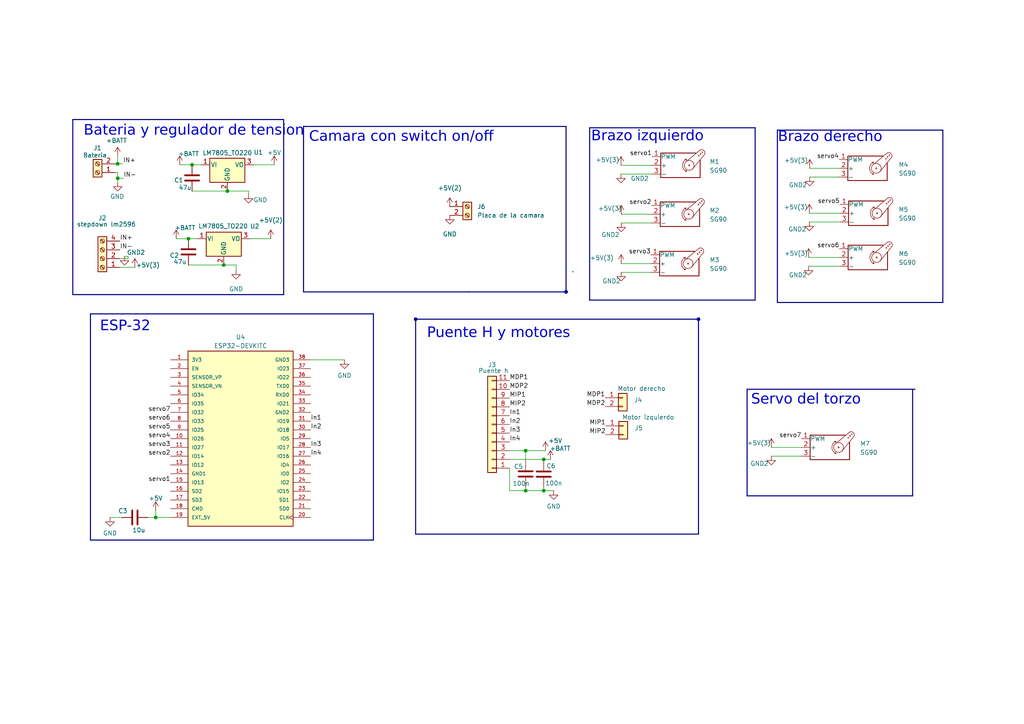
<source format=kicad_sch>
(kicad_sch
	(version 20231120)
	(generator "eeschema")
	(generator_version "8.0")
	(uuid "9552aa3e-86fd-4fb2-96fb-b167a2135132")
	(paper "A4")
	(lib_symbols
		(symbol "Connector:Screw_Terminal_01x02"
			(pin_names
				(offset 1.016) hide)
			(exclude_from_sim no)
			(in_bom yes)
			(on_board yes)
			(property "Reference" "J"
				(at 0 2.54 0)
				(effects
					(font
						(size 1.27 1.27)
					)
				)
			)
			(property "Value" "Screw_Terminal_01x02"
				(at 0 -5.08 0)
				(effects
					(font
						(size 1.27 1.27)
					)
				)
			)
			(property "Footprint" ""
				(at 0 0 0)
				(effects
					(font
						(size 1.27 1.27)
					)
					(hide yes)
				)
			)
			(property "Datasheet" "~"
				(at 0 0 0)
				(effects
					(font
						(size 1.27 1.27)
					)
					(hide yes)
				)
			)
			(property "Description" "Generic screw terminal, single row, 01x02, script generated (kicad-library-utils/schlib/autogen/connector/)"
				(at 0 0 0)
				(effects
					(font
						(size 1.27 1.27)
					)
					(hide yes)
				)
			)
			(property "ki_keywords" "screw terminal"
				(at 0 0 0)
				(effects
					(font
						(size 1.27 1.27)
					)
					(hide yes)
				)
			)
			(property "ki_fp_filters" "TerminalBlock*:*"
				(at 0 0 0)
				(effects
					(font
						(size 1.27 1.27)
					)
					(hide yes)
				)
			)
			(symbol "Screw_Terminal_01x02_1_1"
				(rectangle
					(start -1.27 1.27)
					(end 1.27 -3.81)
					(stroke
						(width 0.254)
						(type default)
					)
					(fill
						(type background)
					)
				)
				(circle
					(center 0 -2.54)
					(radius 0.635)
					(stroke
						(width 0.1524)
						(type default)
					)
					(fill
						(type none)
					)
				)
				(polyline
					(pts
						(xy -0.5334 -2.2098) (xy 0.3302 -3.048)
					)
					(stroke
						(width 0.1524)
						(type default)
					)
					(fill
						(type none)
					)
				)
				(polyline
					(pts
						(xy -0.5334 0.3302) (xy 0.3302 -0.508)
					)
					(stroke
						(width 0.1524)
						(type default)
					)
					(fill
						(type none)
					)
				)
				(polyline
					(pts
						(xy -0.3556 -2.032) (xy 0.508 -2.8702)
					)
					(stroke
						(width 0.1524)
						(type default)
					)
					(fill
						(type none)
					)
				)
				(polyline
					(pts
						(xy -0.3556 0.508) (xy 0.508 -0.3302)
					)
					(stroke
						(width 0.1524)
						(type default)
					)
					(fill
						(type none)
					)
				)
				(circle
					(center 0 0)
					(radius 0.635)
					(stroke
						(width 0.1524)
						(type default)
					)
					(fill
						(type none)
					)
				)
				(pin passive line
					(at -5.08 0 0)
					(length 3.81)
					(name "Pin_1"
						(effects
							(font
								(size 1.27 1.27)
							)
						)
					)
					(number "1"
						(effects
							(font
								(size 1.27 1.27)
							)
						)
					)
				)
				(pin passive line
					(at -5.08 -2.54 0)
					(length 3.81)
					(name "Pin_2"
						(effects
							(font
								(size 1.27 1.27)
							)
						)
					)
					(number "2"
						(effects
							(font
								(size 1.27 1.27)
							)
						)
					)
				)
			)
		)
		(symbol "Connector:Screw_Terminal_01x04"
			(pin_names
				(offset 1.016) hide)
			(exclude_from_sim no)
			(in_bom yes)
			(on_board yes)
			(property "Reference" "J"
				(at 0 5.08 0)
				(effects
					(font
						(size 1.27 1.27)
					)
				)
			)
			(property "Value" "Screw_Terminal_01x04"
				(at 0 -7.62 0)
				(effects
					(font
						(size 1.27 1.27)
					)
				)
			)
			(property "Footprint" ""
				(at 0 0 0)
				(effects
					(font
						(size 1.27 1.27)
					)
					(hide yes)
				)
			)
			(property "Datasheet" "~"
				(at 0 0 0)
				(effects
					(font
						(size 1.27 1.27)
					)
					(hide yes)
				)
			)
			(property "Description" "Generic screw terminal, single row, 01x04, script generated (kicad-library-utils/schlib/autogen/connector/)"
				(at 0 0 0)
				(effects
					(font
						(size 1.27 1.27)
					)
					(hide yes)
				)
			)
			(property "ki_keywords" "screw terminal"
				(at 0 0 0)
				(effects
					(font
						(size 1.27 1.27)
					)
					(hide yes)
				)
			)
			(property "ki_fp_filters" "TerminalBlock*:*"
				(at 0 0 0)
				(effects
					(font
						(size 1.27 1.27)
					)
					(hide yes)
				)
			)
			(symbol "Screw_Terminal_01x04_1_1"
				(rectangle
					(start -1.27 3.81)
					(end 1.27 -6.35)
					(stroke
						(width 0.254)
						(type default)
					)
					(fill
						(type background)
					)
				)
				(circle
					(center 0 -5.08)
					(radius 0.635)
					(stroke
						(width 0.1524)
						(type default)
					)
					(fill
						(type none)
					)
				)
				(circle
					(center 0 -2.54)
					(radius 0.635)
					(stroke
						(width 0.1524)
						(type default)
					)
					(fill
						(type none)
					)
				)
				(polyline
					(pts
						(xy -0.5334 -4.7498) (xy 0.3302 -5.588)
					)
					(stroke
						(width 0.1524)
						(type default)
					)
					(fill
						(type none)
					)
				)
				(polyline
					(pts
						(xy -0.5334 -2.2098) (xy 0.3302 -3.048)
					)
					(stroke
						(width 0.1524)
						(type default)
					)
					(fill
						(type none)
					)
				)
				(polyline
					(pts
						(xy -0.5334 0.3302) (xy 0.3302 -0.508)
					)
					(stroke
						(width 0.1524)
						(type default)
					)
					(fill
						(type none)
					)
				)
				(polyline
					(pts
						(xy -0.5334 2.8702) (xy 0.3302 2.032)
					)
					(stroke
						(width 0.1524)
						(type default)
					)
					(fill
						(type none)
					)
				)
				(polyline
					(pts
						(xy -0.3556 -4.572) (xy 0.508 -5.4102)
					)
					(stroke
						(width 0.1524)
						(type default)
					)
					(fill
						(type none)
					)
				)
				(polyline
					(pts
						(xy -0.3556 -2.032) (xy 0.508 -2.8702)
					)
					(stroke
						(width 0.1524)
						(type default)
					)
					(fill
						(type none)
					)
				)
				(polyline
					(pts
						(xy -0.3556 0.508) (xy 0.508 -0.3302)
					)
					(stroke
						(width 0.1524)
						(type default)
					)
					(fill
						(type none)
					)
				)
				(polyline
					(pts
						(xy -0.3556 3.048) (xy 0.508 2.2098)
					)
					(stroke
						(width 0.1524)
						(type default)
					)
					(fill
						(type none)
					)
				)
				(circle
					(center 0 0)
					(radius 0.635)
					(stroke
						(width 0.1524)
						(type default)
					)
					(fill
						(type none)
					)
				)
				(circle
					(center 0 2.54)
					(radius 0.635)
					(stroke
						(width 0.1524)
						(type default)
					)
					(fill
						(type none)
					)
				)
				(pin passive line
					(at -5.08 2.54 0)
					(length 3.81)
					(name "Pin_1"
						(effects
							(font
								(size 1.27 1.27)
							)
						)
					)
					(number "1"
						(effects
							(font
								(size 1.27 1.27)
							)
						)
					)
				)
				(pin passive line
					(at -5.08 0 0)
					(length 3.81)
					(name "Pin_2"
						(effects
							(font
								(size 1.27 1.27)
							)
						)
					)
					(number "2"
						(effects
							(font
								(size 1.27 1.27)
							)
						)
					)
				)
				(pin passive line
					(at -5.08 -2.54 0)
					(length 3.81)
					(name "Pin_3"
						(effects
							(font
								(size 1.27 1.27)
							)
						)
					)
					(number "3"
						(effects
							(font
								(size 1.27 1.27)
							)
						)
					)
				)
				(pin passive line
					(at -5.08 -5.08 0)
					(length 3.81)
					(name "Pin_4"
						(effects
							(font
								(size 1.27 1.27)
							)
						)
					)
					(number "4"
						(effects
							(font
								(size 1.27 1.27)
							)
						)
					)
				)
			)
		)
		(symbol "Connector_Generic:Conn_01x02"
			(pin_names
				(offset 1.016) hide)
			(exclude_from_sim no)
			(in_bom yes)
			(on_board yes)
			(property "Reference" "J"
				(at 0 2.54 0)
				(effects
					(font
						(size 1.27 1.27)
					)
				)
			)
			(property "Value" "Conn_01x02"
				(at 0 -5.08 0)
				(effects
					(font
						(size 1.27 1.27)
					)
				)
			)
			(property "Footprint" ""
				(at 0 0 0)
				(effects
					(font
						(size 1.27 1.27)
					)
					(hide yes)
				)
			)
			(property "Datasheet" "~"
				(at 0 0 0)
				(effects
					(font
						(size 1.27 1.27)
					)
					(hide yes)
				)
			)
			(property "Description" "Generic connector, single row, 01x02, script generated (kicad-library-utils/schlib/autogen/connector/)"
				(at 0 0 0)
				(effects
					(font
						(size 1.27 1.27)
					)
					(hide yes)
				)
			)
			(property "ki_keywords" "connector"
				(at 0 0 0)
				(effects
					(font
						(size 1.27 1.27)
					)
					(hide yes)
				)
			)
			(property "ki_fp_filters" "Connector*:*_1x??_*"
				(at 0 0 0)
				(effects
					(font
						(size 1.27 1.27)
					)
					(hide yes)
				)
			)
			(symbol "Conn_01x02_1_1"
				(rectangle
					(start -1.27 -2.413)
					(end 0 -2.667)
					(stroke
						(width 0.1524)
						(type default)
					)
					(fill
						(type none)
					)
				)
				(rectangle
					(start -1.27 0.127)
					(end 0 -0.127)
					(stroke
						(width 0.1524)
						(type default)
					)
					(fill
						(type none)
					)
				)
				(rectangle
					(start -1.27 1.27)
					(end 1.27 -3.81)
					(stroke
						(width 0.254)
						(type default)
					)
					(fill
						(type background)
					)
				)
				(pin passive line
					(at -5.08 0 0)
					(length 3.81)
					(name "Pin_1"
						(effects
							(font
								(size 1.27 1.27)
							)
						)
					)
					(number "1"
						(effects
							(font
								(size 1.27 1.27)
							)
						)
					)
				)
				(pin passive line
					(at -5.08 -2.54 0)
					(length 3.81)
					(name "Pin_2"
						(effects
							(font
								(size 1.27 1.27)
							)
						)
					)
					(number "2"
						(effects
							(font
								(size 1.27 1.27)
							)
						)
					)
				)
			)
		)
		(symbol "Connector_Generic:Conn_01x11"
			(pin_names
				(offset 1.016) hide)
			(exclude_from_sim no)
			(in_bom yes)
			(on_board yes)
			(property "Reference" "J"
				(at 0 15.24 0)
				(effects
					(font
						(size 1.27 1.27)
					)
				)
			)
			(property "Value" "Conn_01x11"
				(at 0 -15.24 0)
				(effects
					(font
						(size 1.27 1.27)
					)
				)
			)
			(property "Footprint" ""
				(at 0 0 0)
				(effects
					(font
						(size 1.27 1.27)
					)
					(hide yes)
				)
			)
			(property "Datasheet" "~"
				(at 0 0 0)
				(effects
					(font
						(size 1.27 1.27)
					)
					(hide yes)
				)
			)
			(property "Description" "Generic connector, single row, 01x11, script generated (kicad-library-utils/schlib/autogen/connector/)"
				(at 0 0 0)
				(effects
					(font
						(size 1.27 1.27)
					)
					(hide yes)
				)
			)
			(property "ki_keywords" "connector"
				(at 0 0 0)
				(effects
					(font
						(size 1.27 1.27)
					)
					(hide yes)
				)
			)
			(property "ki_fp_filters" "Connector*:*_1x??_*"
				(at 0 0 0)
				(effects
					(font
						(size 1.27 1.27)
					)
					(hide yes)
				)
			)
			(symbol "Conn_01x11_1_1"
				(rectangle
					(start -1.27 -12.573)
					(end 0 -12.827)
					(stroke
						(width 0.1524)
						(type default)
					)
					(fill
						(type none)
					)
				)
				(rectangle
					(start -1.27 -10.033)
					(end 0 -10.287)
					(stroke
						(width 0.1524)
						(type default)
					)
					(fill
						(type none)
					)
				)
				(rectangle
					(start -1.27 -7.493)
					(end 0 -7.747)
					(stroke
						(width 0.1524)
						(type default)
					)
					(fill
						(type none)
					)
				)
				(rectangle
					(start -1.27 -4.953)
					(end 0 -5.207)
					(stroke
						(width 0.1524)
						(type default)
					)
					(fill
						(type none)
					)
				)
				(rectangle
					(start -1.27 -2.413)
					(end 0 -2.667)
					(stroke
						(width 0.1524)
						(type default)
					)
					(fill
						(type none)
					)
				)
				(rectangle
					(start -1.27 0.127)
					(end 0 -0.127)
					(stroke
						(width 0.1524)
						(type default)
					)
					(fill
						(type none)
					)
				)
				(rectangle
					(start -1.27 2.667)
					(end 0 2.413)
					(stroke
						(width 0.1524)
						(type default)
					)
					(fill
						(type none)
					)
				)
				(rectangle
					(start -1.27 5.207)
					(end 0 4.953)
					(stroke
						(width 0.1524)
						(type default)
					)
					(fill
						(type none)
					)
				)
				(rectangle
					(start -1.27 7.747)
					(end 0 7.493)
					(stroke
						(width 0.1524)
						(type default)
					)
					(fill
						(type none)
					)
				)
				(rectangle
					(start -1.27 10.287)
					(end 0 10.033)
					(stroke
						(width 0.1524)
						(type default)
					)
					(fill
						(type none)
					)
				)
				(rectangle
					(start -1.27 12.827)
					(end 0 12.573)
					(stroke
						(width 0.1524)
						(type default)
					)
					(fill
						(type none)
					)
				)
				(rectangle
					(start -1.27 13.97)
					(end 1.27 -13.97)
					(stroke
						(width 0.254)
						(type default)
					)
					(fill
						(type background)
					)
				)
				(pin passive line
					(at -5.08 12.7 0)
					(length 3.81)
					(name "Pin_1"
						(effects
							(font
								(size 1.27 1.27)
							)
						)
					)
					(number "1"
						(effects
							(font
								(size 1.27 1.27)
							)
						)
					)
				)
				(pin passive line
					(at -5.08 -10.16 0)
					(length 3.81)
					(name "Pin_10"
						(effects
							(font
								(size 1.27 1.27)
							)
						)
					)
					(number "10"
						(effects
							(font
								(size 1.27 1.27)
							)
						)
					)
				)
				(pin passive line
					(at -5.08 -12.7 0)
					(length 3.81)
					(name "Pin_11"
						(effects
							(font
								(size 1.27 1.27)
							)
						)
					)
					(number "11"
						(effects
							(font
								(size 1.27 1.27)
							)
						)
					)
				)
				(pin passive line
					(at -5.08 10.16 0)
					(length 3.81)
					(name "Pin_2"
						(effects
							(font
								(size 1.27 1.27)
							)
						)
					)
					(number "2"
						(effects
							(font
								(size 1.27 1.27)
							)
						)
					)
				)
				(pin passive line
					(at -5.08 7.62 0)
					(length 3.81)
					(name "Pin_3"
						(effects
							(font
								(size 1.27 1.27)
							)
						)
					)
					(number "3"
						(effects
							(font
								(size 1.27 1.27)
							)
						)
					)
				)
				(pin passive line
					(at -5.08 5.08 0)
					(length 3.81)
					(name "Pin_4"
						(effects
							(font
								(size 1.27 1.27)
							)
						)
					)
					(number "4"
						(effects
							(font
								(size 1.27 1.27)
							)
						)
					)
				)
				(pin passive line
					(at -5.08 2.54 0)
					(length 3.81)
					(name "Pin_5"
						(effects
							(font
								(size 1.27 1.27)
							)
						)
					)
					(number "5"
						(effects
							(font
								(size 1.27 1.27)
							)
						)
					)
				)
				(pin passive line
					(at -5.08 0 0)
					(length 3.81)
					(name "Pin_6"
						(effects
							(font
								(size 1.27 1.27)
							)
						)
					)
					(number "6"
						(effects
							(font
								(size 1.27 1.27)
							)
						)
					)
				)
				(pin passive line
					(at -5.08 -2.54 0)
					(length 3.81)
					(name "Pin_7"
						(effects
							(font
								(size 1.27 1.27)
							)
						)
					)
					(number "7"
						(effects
							(font
								(size 1.27 1.27)
							)
						)
					)
				)
				(pin passive line
					(at -5.08 -5.08 0)
					(length 3.81)
					(name "Pin_8"
						(effects
							(font
								(size 1.27 1.27)
							)
						)
					)
					(number "8"
						(effects
							(font
								(size 1.27 1.27)
							)
						)
					)
				)
				(pin passive line
					(at -5.08 -7.62 0)
					(length 3.81)
					(name "Pin_9"
						(effects
							(font
								(size 1.27 1.27)
							)
						)
					)
					(number "9"
						(effects
							(font
								(size 1.27 1.27)
							)
						)
					)
				)
			)
		)
		(symbol "Device:C"
			(pin_numbers hide)
			(pin_names
				(offset 0.254)
			)
			(exclude_from_sim no)
			(in_bom yes)
			(on_board yes)
			(property "Reference" "C"
				(at 0.635 2.54 0)
				(effects
					(font
						(size 1.27 1.27)
					)
					(justify left)
				)
			)
			(property "Value" "C"
				(at 0.635 -2.54 0)
				(effects
					(font
						(size 1.27 1.27)
					)
					(justify left)
				)
			)
			(property "Footprint" ""
				(at 0.9652 -3.81 0)
				(effects
					(font
						(size 1.27 1.27)
					)
					(hide yes)
				)
			)
			(property "Datasheet" "~"
				(at 0 0 0)
				(effects
					(font
						(size 1.27 1.27)
					)
					(hide yes)
				)
			)
			(property "Description" "Unpolarized capacitor"
				(at 0 0 0)
				(effects
					(font
						(size 1.27 1.27)
					)
					(hide yes)
				)
			)
			(property "ki_keywords" "cap capacitor"
				(at 0 0 0)
				(effects
					(font
						(size 1.27 1.27)
					)
					(hide yes)
				)
			)
			(property "ki_fp_filters" "C_*"
				(at 0 0 0)
				(effects
					(font
						(size 1.27 1.27)
					)
					(hide yes)
				)
			)
			(symbol "C_0_1"
				(polyline
					(pts
						(xy -2.032 -0.762) (xy 2.032 -0.762)
					)
					(stroke
						(width 0.508)
						(type default)
					)
					(fill
						(type none)
					)
				)
				(polyline
					(pts
						(xy -2.032 0.762) (xy 2.032 0.762)
					)
					(stroke
						(width 0.508)
						(type default)
					)
					(fill
						(type none)
					)
				)
			)
			(symbol "C_1_1"
				(pin passive line
					(at 0 3.81 270)
					(length 2.794)
					(name "~"
						(effects
							(font
								(size 1.27 1.27)
							)
						)
					)
					(number "1"
						(effects
							(font
								(size 1.27 1.27)
							)
						)
					)
				)
				(pin passive line
					(at 0 -3.81 90)
					(length 2.794)
					(name "~"
						(effects
							(font
								(size 1.27 1.27)
							)
						)
					)
					(number "2"
						(effects
							(font
								(size 1.27 1.27)
							)
						)
					)
				)
			)
		)
		(symbol "ESP32-DEVKITC:ESP32-DEVKITC"
			(pin_names
				(offset 1.016)
			)
			(exclude_from_sim no)
			(in_bom yes)
			(on_board yes)
			(property "Reference" "U"
				(at -15.2572 26.0643 0)
				(effects
					(font
						(size 1.27 1.27)
					)
					(justify left bottom)
				)
			)
			(property "Value" "ESP32-DEVKITC"
				(at -15.2563 -27.9698 0)
				(effects
					(font
						(size 1.27 1.27)
					)
					(justify left bottom)
				)
			)
			(property "Footprint" "ESP32-DEVKITC:MODULE_ESP32-DEVKITC"
				(at 0 0 0)
				(effects
					(font
						(size 1.27 1.27)
					)
					(justify bottom)
					(hide yes)
				)
			)
			(property "Datasheet" ""
				(at 0 0 0)
				(effects
					(font
						(size 1.27 1.27)
					)
					(hide yes)
				)
			)
			(property "Description" "\nESP32-WROOM-32UE series Transceiver; 802.11 b/g/n (Wi-Fi, WiFi, WLAN), Bluetooth ® Smart Ready 4.x Dual Mode Evaluation Board\n"
				(at 0 0 0)
				(effects
					(font
						(size 1.27 1.27)
					)
					(justify bottom)
					(hide yes)
				)
			)
			(property "MF" "Espressif Systems"
				(at 0 0 0)
				(effects
					(font
						(size 1.27 1.27)
					)
					(justify bottom)
					(hide yes)
				)
			)
			(property "Package" "None"
				(at 0 0 0)
				(effects
					(font
						(size 1.27 1.27)
					)
					(justify bottom)
					(hide yes)
				)
			)
			(property "Price" "None"
				(at 0 0 0)
				(effects
					(font
						(size 1.27 1.27)
					)
					(justify bottom)
					(hide yes)
				)
			)
			(property "Check_prices" "https://www.snapeda.com/parts/ESP32-DEVKITC/Espressif+Systems/view-part/?ref=eda"
				(at 0 0 0)
				(effects
					(font
						(size 1.27 1.27)
					)
					(justify bottom)
					(hide yes)
				)
			)
			(property "STANDARD" "Manufacturer Recommendations"
				(at 0 0 0)
				(effects
					(font
						(size 1.27 1.27)
					)
					(justify bottom)
					(hide yes)
				)
			)
			(property "PARTREV" "N/A"
				(at 0 0 0)
				(effects
					(font
						(size 1.27 1.27)
					)
					(justify bottom)
					(hide yes)
				)
			)
			(property "SnapEDA_Link" "https://www.snapeda.com/parts/ESP32-DEVKITC/Espressif+Systems/view-part/?ref=snap"
				(at 0 0 0)
				(effects
					(font
						(size 1.27 1.27)
					)
					(justify bottom)
					(hide yes)
				)
			)
			(property "MP" "ESP32-DEVKITC"
				(at 0 0 0)
				(effects
					(font
						(size 1.27 1.27)
					)
					(justify bottom)
					(hide yes)
				)
			)
			(property "Availability" "In Stock"
				(at 0 0 0)
				(effects
					(font
						(size 1.27 1.27)
					)
					(justify bottom)
					(hide yes)
				)
			)
			(property "MANUFACTURER" "ESPRESSIF"
				(at 0 0 0)
				(effects
					(font
						(size 1.27 1.27)
					)
					(justify bottom)
					(hide yes)
				)
			)
			(symbol "ESP32-DEVKITC_0_0"
				(rectangle
					(start -15.24 -25.4)
					(end 15.24 25.4)
					(stroke
						(width 0.254)
						(type default)
					)
					(fill
						(type background)
					)
				)
				(pin power_in line
					(at -20.32 22.86 0)
					(length 5.08)
					(name "3V3"
						(effects
							(font
								(size 1.016 1.016)
							)
						)
					)
					(number "1"
						(effects
							(font
								(size 1.016 1.016)
							)
						)
					)
				)
				(pin bidirectional line
					(at -20.32 0 0)
					(length 5.08)
					(name "IO26"
						(effects
							(font
								(size 1.016 1.016)
							)
						)
					)
					(number "10"
						(effects
							(font
								(size 1.016 1.016)
							)
						)
					)
				)
				(pin bidirectional line
					(at -20.32 -2.54 0)
					(length 5.08)
					(name "IO27"
						(effects
							(font
								(size 1.016 1.016)
							)
						)
					)
					(number "11"
						(effects
							(font
								(size 1.016 1.016)
							)
						)
					)
				)
				(pin bidirectional line
					(at -20.32 -5.08 0)
					(length 5.08)
					(name "IO14"
						(effects
							(font
								(size 1.016 1.016)
							)
						)
					)
					(number "12"
						(effects
							(font
								(size 1.016 1.016)
							)
						)
					)
				)
				(pin bidirectional line
					(at -20.32 -7.62 0)
					(length 5.08)
					(name "IO12"
						(effects
							(font
								(size 1.016 1.016)
							)
						)
					)
					(number "13"
						(effects
							(font
								(size 1.016 1.016)
							)
						)
					)
				)
				(pin power_in line
					(at -20.32 -10.16 0)
					(length 5.08)
					(name "GND1"
						(effects
							(font
								(size 1.016 1.016)
							)
						)
					)
					(number "14"
						(effects
							(font
								(size 1.016 1.016)
							)
						)
					)
				)
				(pin bidirectional line
					(at -20.32 -12.7 0)
					(length 5.08)
					(name "IO13"
						(effects
							(font
								(size 1.016 1.016)
							)
						)
					)
					(number "15"
						(effects
							(font
								(size 1.016 1.016)
							)
						)
					)
				)
				(pin bidirectional line
					(at -20.32 -15.24 0)
					(length 5.08)
					(name "SD2"
						(effects
							(font
								(size 1.016 1.016)
							)
						)
					)
					(number "16"
						(effects
							(font
								(size 1.016 1.016)
							)
						)
					)
				)
				(pin bidirectional line
					(at -20.32 -17.78 0)
					(length 5.08)
					(name "SD3"
						(effects
							(font
								(size 1.016 1.016)
							)
						)
					)
					(number "17"
						(effects
							(font
								(size 1.016 1.016)
							)
						)
					)
				)
				(pin bidirectional line
					(at -20.32 -20.32 0)
					(length 5.08)
					(name "CMD"
						(effects
							(font
								(size 1.016 1.016)
							)
						)
					)
					(number "18"
						(effects
							(font
								(size 1.016 1.016)
							)
						)
					)
				)
				(pin power_in line
					(at -20.32 -22.86 0)
					(length 5.08)
					(name "EXT_5V"
						(effects
							(font
								(size 1.016 1.016)
							)
						)
					)
					(number "19"
						(effects
							(font
								(size 1.016 1.016)
							)
						)
					)
				)
				(pin input line
					(at -20.32 20.32 0)
					(length 5.08)
					(name "EN"
						(effects
							(font
								(size 1.016 1.016)
							)
						)
					)
					(number "2"
						(effects
							(font
								(size 1.016 1.016)
							)
						)
					)
				)
				(pin input clock
					(at 20.32 -22.86 180)
					(length 5.08)
					(name "CLK"
						(effects
							(font
								(size 1.016 1.016)
							)
						)
					)
					(number "20"
						(effects
							(font
								(size 1.016 1.016)
							)
						)
					)
				)
				(pin bidirectional line
					(at 20.32 -20.32 180)
					(length 5.08)
					(name "SD0"
						(effects
							(font
								(size 1.016 1.016)
							)
						)
					)
					(number "21"
						(effects
							(font
								(size 1.016 1.016)
							)
						)
					)
				)
				(pin bidirectional line
					(at 20.32 -17.78 180)
					(length 5.08)
					(name "SD1"
						(effects
							(font
								(size 1.016 1.016)
							)
						)
					)
					(number "22"
						(effects
							(font
								(size 1.016 1.016)
							)
						)
					)
				)
				(pin bidirectional line
					(at 20.32 -15.24 180)
					(length 5.08)
					(name "IO15"
						(effects
							(font
								(size 1.016 1.016)
							)
						)
					)
					(number "23"
						(effects
							(font
								(size 1.016 1.016)
							)
						)
					)
				)
				(pin bidirectional line
					(at 20.32 -12.7 180)
					(length 5.08)
					(name "IO2"
						(effects
							(font
								(size 1.016 1.016)
							)
						)
					)
					(number "24"
						(effects
							(font
								(size 1.016 1.016)
							)
						)
					)
				)
				(pin bidirectional line
					(at 20.32 -10.16 180)
					(length 5.08)
					(name "IO0"
						(effects
							(font
								(size 1.016 1.016)
							)
						)
					)
					(number "25"
						(effects
							(font
								(size 1.016 1.016)
							)
						)
					)
				)
				(pin bidirectional line
					(at 20.32 -7.62 180)
					(length 5.08)
					(name "IO4"
						(effects
							(font
								(size 1.016 1.016)
							)
						)
					)
					(number "26"
						(effects
							(font
								(size 1.016 1.016)
							)
						)
					)
				)
				(pin bidirectional line
					(at 20.32 -5.08 180)
					(length 5.08)
					(name "IO16"
						(effects
							(font
								(size 1.016 1.016)
							)
						)
					)
					(number "27"
						(effects
							(font
								(size 1.016 1.016)
							)
						)
					)
				)
				(pin bidirectional line
					(at 20.32 -2.54 180)
					(length 5.08)
					(name "IO17"
						(effects
							(font
								(size 1.016 1.016)
							)
						)
					)
					(number "28"
						(effects
							(font
								(size 1.016 1.016)
							)
						)
					)
				)
				(pin bidirectional line
					(at 20.32 0 180)
					(length 5.08)
					(name "IO5"
						(effects
							(font
								(size 1.016 1.016)
							)
						)
					)
					(number "29"
						(effects
							(font
								(size 1.016 1.016)
							)
						)
					)
				)
				(pin input line
					(at -20.32 17.78 0)
					(length 5.08)
					(name "SENSOR_VP"
						(effects
							(font
								(size 1.016 1.016)
							)
						)
					)
					(number "3"
						(effects
							(font
								(size 1.016 1.016)
							)
						)
					)
				)
				(pin bidirectional line
					(at 20.32 2.54 180)
					(length 5.08)
					(name "IO18"
						(effects
							(font
								(size 1.016 1.016)
							)
						)
					)
					(number "30"
						(effects
							(font
								(size 1.016 1.016)
							)
						)
					)
				)
				(pin bidirectional line
					(at 20.32 5.08 180)
					(length 5.08)
					(name "IO19"
						(effects
							(font
								(size 1.016 1.016)
							)
						)
					)
					(number "31"
						(effects
							(font
								(size 1.016 1.016)
							)
						)
					)
				)
				(pin power_in line
					(at 20.32 7.62 180)
					(length 5.08)
					(name "GND2"
						(effects
							(font
								(size 1.016 1.016)
							)
						)
					)
					(number "32"
						(effects
							(font
								(size 1.016 1.016)
							)
						)
					)
				)
				(pin bidirectional line
					(at 20.32 10.16 180)
					(length 5.08)
					(name "IO21"
						(effects
							(font
								(size 1.016 1.016)
							)
						)
					)
					(number "33"
						(effects
							(font
								(size 1.016 1.016)
							)
						)
					)
				)
				(pin input line
					(at 20.32 12.7 180)
					(length 5.08)
					(name "RXD0"
						(effects
							(font
								(size 1.016 1.016)
							)
						)
					)
					(number "34"
						(effects
							(font
								(size 1.016 1.016)
							)
						)
					)
				)
				(pin output line
					(at 20.32 15.24 180)
					(length 5.08)
					(name "TXD0"
						(effects
							(font
								(size 1.016 1.016)
							)
						)
					)
					(number "35"
						(effects
							(font
								(size 1.016 1.016)
							)
						)
					)
				)
				(pin bidirectional line
					(at 20.32 17.78 180)
					(length 5.08)
					(name "IO22"
						(effects
							(font
								(size 1.016 1.016)
							)
						)
					)
					(number "36"
						(effects
							(font
								(size 1.016 1.016)
							)
						)
					)
				)
				(pin bidirectional line
					(at 20.32 20.32 180)
					(length 5.08)
					(name "IO23"
						(effects
							(font
								(size 1.016 1.016)
							)
						)
					)
					(number "37"
						(effects
							(font
								(size 1.016 1.016)
							)
						)
					)
				)
				(pin power_in line
					(at 20.32 22.86 180)
					(length 5.08)
					(name "GND3"
						(effects
							(font
								(size 1.016 1.016)
							)
						)
					)
					(number "38"
						(effects
							(font
								(size 1.016 1.016)
							)
						)
					)
				)
				(pin input line
					(at -20.32 15.24 0)
					(length 5.08)
					(name "SENSOR_VN"
						(effects
							(font
								(size 1.016 1.016)
							)
						)
					)
					(number "4"
						(effects
							(font
								(size 1.016 1.016)
							)
						)
					)
				)
				(pin bidirectional line
					(at -20.32 12.7 0)
					(length 5.08)
					(name "IO34"
						(effects
							(font
								(size 1.016 1.016)
							)
						)
					)
					(number "5"
						(effects
							(font
								(size 1.016 1.016)
							)
						)
					)
				)
				(pin bidirectional line
					(at -20.32 10.16 0)
					(length 5.08)
					(name "IO35"
						(effects
							(font
								(size 1.016 1.016)
							)
						)
					)
					(number "6"
						(effects
							(font
								(size 1.016 1.016)
							)
						)
					)
				)
				(pin bidirectional line
					(at -20.32 7.62 0)
					(length 5.08)
					(name "IO32"
						(effects
							(font
								(size 1.016 1.016)
							)
						)
					)
					(number "7"
						(effects
							(font
								(size 1.016 1.016)
							)
						)
					)
				)
				(pin bidirectional line
					(at -20.32 5.08 0)
					(length 5.08)
					(name "IO33"
						(effects
							(font
								(size 1.016 1.016)
							)
						)
					)
					(number "8"
						(effects
							(font
								(size 1.016 1.016)
							)
						)
					)
				)
				(pin bidirectional line
					(at -20.32 2.54 0)
					(length 5.08)
					(name "IO25"
						(effects
							(font
								(size 1.016 1.016)
							)
						)
					)
					(number "9"
						(effects
							(font
								(size 1.016 1.016)
							)
						)
					)
				)
			)
		)
		(symbol "Motor:Motor_Servo"
			(pin_names
				(offset 0.0254)
			)
			(exclude_from_sim no)
			(in_bom yes)
			(on_board yes)
			(property "Reference" "M"
				(at -5.08 4.445 0)
				(effects
					(font
						(size 1.27 1.27)
					)
					(justify left)
				)
			)
			(property "Value" "Motor_Servo"
				(at -5.08 -4.064 0)
				(effects
					(font
						(size 1.27 1.27)
					)
					(justify left top)
				)
			)
			(property "Footprint" ""
				(at 0 -4.826 0)
				(effects
					(font
						(size 1.27 1.27)
					)
					(hide yes)
				)
			)
			(property "Datasheet" "http://forums.parallax.com/uploads/attachments/46831/74481.png"
				(at 0 -4.826 0)
				(effects
					(font
						(size 1.27 1.27)
					)
					(hide yes)
				)
			)
			(property "Description" "Servo Motor (Futaba, HiTec, JR connector)"
				(at 0 0 0)
				(effects
					(font
						(size 1.27 1.27)
					)
					(hide yes)
				)
			)
			(property "ki_keywords" "Servo Motor"
				(at 0 0 0)
				(effects
					(font
						(size 1.27 1.27)
					)
					(hide yes)
				)
			)
			(property "ki_fp_filters" "PinHeader*P2.54mm*"
				(at 0 0 0)
				(effects
					(font
						(size 1.27 1.27)
					)
					(hide yes)
				)
			)
			(symbol "Motor_Servo_0_1"
				(polyline
					(pts
						(xy 2.413 -1.778) (xy 2.032 -1.778)
					)
					(stroke
						(width 0)
						(type default)
					)
					(fill
						(type none)
					)
				)
				(polyline
					(pts
						(xy 2.413 -1.778) (xy 2.286 -1.397)
					)
					(stroke
						(width 0)
						(type default)
					)
					(fill
						(type none)
					)
				)
				(polyline
					(pts
						(xy 2.413 1.778) (xy 1.905 1.778)
					)
					(stroke
						(width 0)
						(type default)
					)
					(fill
						(type none)
					)
				)
				(polyline
					(pts
						(xy 2.413 1.778) (xy 2.286 1.397)
					)
					(stroke
						(width 0)
						(type default)
					)
					(fill
						(type none)
					)
				)
				(polyline
					(pts
						(xy 6.35 4.445) (xy 2.54 1.27)
					)
					(stroke
						(width 0)
						(type default)
					)
					(fill
						(type none)
					)
				)
				(polyline
					(pts
						(xy 7.62 3.175) (xy 4.191 -1.016)
					)
					(stroke
						(width 0)
						(type default)
					)
					(fill
						(type none)
					)
				)
				(polyline
					(pts
						(xy 5.08 3.556) (xy -5.08 3.556) (xy -5.08 -3.556) (xy 6.35 -3.556) (xy 6.35 1.524)
					)
					(stroke
						(width 0.254)
						(type default)
					)
					(fill
						(type none)
					)
				)
				(arc
					(start 2.413 1.778)
					(mid 1.2406 0)
					(end 2.413 -1.778)
					(stroke
						(width 0)
						(type default)
					)
					(fill
						(type none)
					)
				)
				(circle
					(center 3.175 0)
					(radius 0.1778)
					(stroke
						(width 0)
						(type default)
					)
					(fill
						(type none)
					)
				)
				(circle
					(center 3.175 0)
					(radius 1.4224)
					(stroke
						(width 0)
						(type default)
					)
					(fill
						(type none)
					)
				)
				(circle
					(center 5.969 2.794)
					(radius 0.127)
					(stroke
						(width 0)
						(type default)
					)
					(fill
						(type none)
					)
				)
				(circle
					(center 6.477 3.302)
					(radius 0.127)
					(stroke
						(width 0)
						(type default)
					)
					(fill
						(type none)
					)
				)
				(circle
					(center 6.985 3.81)
					(radius 0.127)
					(stroke
						(width 0)
						(type default)
					)
					(fill
						(type none)
					)
				)
				(arc
					(start 7.62 3.175)
					(mid 7.4485 4.2735)
					(end 6.35 4.445)
					(stroke
						(width 0)
						(type default)
					)
					(fill
						(type none)
					)
				)
			)
			(symbol "Motor_Servo_1_1"
				(pin passive line
					(at -7.62 2.54 0)
					(length 2.54)
					(name "PWM"
						(effects
							(font
								(size 1.27 1.27)
							)
						)
					)
					(number "1"
						(effects
							(font
								(size 1.27 1.27)
							)
						)
					)
				)
				(pin passive line
					(at -7.62 0 0)
					(length 2.54)
					(name "+"
						(effects
							(font
								(size 1.27 1.27)
							)
						)
					)
					(number "2"
						(effects
							(font
								(size 1.27 1.27)
							)
						)
					)
				)
				(pin passive line
					(at -7.62 -2.54 0)
					(length 2.54)
					(name "-"
						(effects
							(font
								(size 1.27 1.27)
							)
						)
					)
					(number "3"
						(effects
							(font
								(size 1.27 1.27)
							)
						)
					)
				)
			)
		)
		(symbol "Regulator_Linear:LM7805_TO220"
			(pin_names
				(offset 0.254)
			)
			(exclude_from_sim no)
			(in_bom yes)
			(on_board yes)
			(property "Reference" "U"
				(at -3.81 3.175 0)
				(effects
					(font
						(size 1.27 1.27)
					)
				)
			)
			(property "Value" "LM7805_TO220"
				(at 0 3.175 0)
				(effects
					(font
						(size 1.27 1.27)
					)
					(justify left)
				)
			)
			(property "Footprint" "Package_TO_SOT_THT:TO-220-3_Vertical"
				(at 0 5.715 0)
				(effects
					(font
						(size 1.27 1.27)
						(italic yes)
					)
					(hide yes)
				)
			)
			(property "Datasheet" "https://www.onsemi.cn/PowerSolutions/document/MC7800-D.PDF"
				(at 0 -1.27 0)
				(effects
					(font
						(size 1.27 1.27)
					)
					(hide yes)
				)
			)
			(property "Description" "Positive 1A 35V Linear Regulator, Fixed Output 5V, TO-220"
				(at 0 0 0)
				(effects
					(font
						(size 1.27 1.27)
					)
					(hide yes)
				)
			)
			(property "ki_keywords" "Voltage Regulator 1A Positive"
				(at 0 0 0)
				(effects
					(font
						(size 1.27 1.27)
					)
					(hide yes)
				)
			)
			(property "ki_fp_filters" "TO?220*"
				(at 0 0 0)
				(effects
					(font
						(size 1.27 1.27)
					)
					(hide yes)
				)
			)
			(symbol "LM7805_TO220_0_1"
				(rectangle
					(start -5.08 1.905)
					(end 5.08 -5.08)
					(stroke
						(width 0.254)
						(type default)
					)
					(fill
						(type background)
					)
				)
			)
			(symbol "LM7805_TO220_1_1"
				(pin power_in line
					(at -7.62 0 0)
					(length 2.54)
					(name "VI"
						(effects
							(font
								(size 1.27 1.27)
							)
						)
					)
					(number "1"
						(effects
							(font
								(size 1.27 1.27)
							)
						)
					)
				)
				(pin power_in line
					(at 0 -7.62 90)
					(length 2.54)
					(name "GND"
						(effects
							(font
								(size 1.27 1.27)
							)
						)
					)
					(number "2"
						(effects
							(font
								(size 1.27 1.27)
							)
						)
					)
				)
				(pin power_out line
					(at 7.62 0 180)
					(length 2.54)
					(name "VO"
						(effects
							(font
								(size 1.27 1.27)
							)
						)
					)
					(number "3"
						(effects
							(font
								(size 1.27 1.27)
							)
						)
					)
				)
			)
		)
		(symbol "power:+12V"
			(power)
			(pin_names
				(offset 0)
			)
			(exclude_from_sim no)
			(in_bom yes)
			(on_board yes)
			(property "Reference" "#PWR"
				(at 0 -3.81 0)
				(effects
					(font
						(size 1.27 1.27)
					)
					(hide yes)
				)
			)
			(property "Value" "+12V"
				(at 0 3.556 0)
				(effects
					(font
						(size 1.27 1.27)
					)
				)
			)
			(property "Footprint" ""
				(at 0 0 0)
				(effects
					(font
						(size 1.27 1.27)
					)
					(hide yes)
				)
			)
			(property "Datasheet" ""
				(at 0 0 0)
				(effects
					(font
						(size 1.27 1.27)
					)
					(hide yes)
				)
			)
			(property "Description" "Power symbol creates a global label with name \"+12V\""
				(at 0 0 0)
				(effects
					(font
						(size 1.27 1.27)
					)
					(hide yes)
				)
			)
			(property "ki_keywords" "global power"
				(at 0 0 0)
				(effects
					(font
						(size 1.27 1.27)
					)
					(hide yes)
				)
			)
			(symbol "+12V_0_1"
				(polyline
					(pts
						(xy -0.762 1.27) (xy 0 2.54)
					)
					(stroke
						(width 0)
						(type default)
					)
					(fill
						(type none)
					)
				)
				(polyline
					(pts
						(xy 0 0) (xy 0 2.54)
					)
					(stroke
						(width 0)
						(type default)
					)
					(fill
						(type none)
					)
				)
				(polyline
					(pts
						(xy 0 2.54) (xy 0.762 1.27)
					)
					(stroke
						(width 0)
						(type default)
					)
					(fill
						(type none)
					)
				)
			)
			(symbol "+12V_1_1"
				(pin power_in line
					(at 0 0 90)
					(length 0) hide
					(name "+12V"
						(effects
							(font
								(size 1.27 1.27)
							)
						)
					)
					(number "1"
						(effects
							(font
								(size 1.27 1.27)
							)
						)
					)
				)
			)
		)
		(symbol "power:+5V"
			(power)
			(pin_names
				(offset 0)
			)
			(exclude_from_sim no)
			(in_bom yes)
			(on_board yes)
			(property "Reference" "#PWR"
				(at 0 -3.81 0)
				(effects
					(font
						(size 1.27 1.27)
					)
					(hide yes)
				)
			)
			(property "Value" "+5V"
				(at 0 3.556 0)
				(effects
					(font
						(size 1.27 1.27)
					)
				)
			)
			(property "Footprint" ""
				(at 0 0 0)
				(effects
					(font
						(size 1.27 1.27)
					)
					(hide yes)
				)
			)
			(property "Datasheet" ""
				(at 0 0 0)
				(effects
					(font
						(size 1.27 1.27)
					)
					(hide yes)
				)
			)
			(property "Description" "Power symbol creates a global label with name \"+5V\""
				(at 0 0 0)
				(effects
					(font
						(size 1.27 1.27)
					)
					(hide yes)
				)
			)
			(property "ki_keywords" "global power"
				(at 0 0 0)
				(effects
					(font
						(size 1.27 1.27)
					)
					(hide yes)
				)
			)
			(symbol "+5V_0_1"
				(polyline
					(pts
						(xy -0.762 1.27) (xy 0 2.54)
					)
					(stroke
						(width 0)
						(type default)
					)
					(fill
						(type none)
					)
				)
				(polyline
					(pts
						(xy 0 0) (xy 0 2.54)
					)
					(stroke
						(width 0)
						(type default)
					)
					(fill
						(type none)
					)
				)
				(polyline
					(pts
						(xy 0 2.54) (xy 0.762 1.27)
					)
					(stroke
						(width 0)
						(type default)
					)
					(fill
						(type none)
					)
				)
			)
			(symbol "+5V_1_1"
				(pin power_in line
					(at 0 0 90)
					(length 0) hide
					(name "+5V"
						(effects
							(font
								(size 1.27 1.27)
							)
						)
					)
					(number "1"
						(effects
							(font
								(size 1.27 1.27)
							)
						)
					)
				)
			)
		)
		(symbol "power:+BATT"
			(power)
			(pin_names
				(offset 0)
			)
			(exclude_from_sim no)
			(in_bom yes)
			(on_board yes)
			(property "Reference" "#PWR"
				(at 0 -3.81 0)
				(effects
					(font
						(size 1.27 1.27)
					)
					(hide yes)
				)
			)
			(property "Value" "+BATT"
				(at 0 3.556 0)
				(effects
					(font
						(size 1.27 1.27)
					)
				)
			)
			(property "Footprint" ""
				(at 0 0 0)
				(effects
					(font
						(size 1.27 1.27)
					)
					(hide yes)
				)
			)
			(property "Datasheet" ""
				(at 0 0 0)
				(effects
					(font
						(size 1.27 1.27)
					)
					(hide yes)
				)
			)
			(property "Description" "Power symbol creates a global label with name \"+BATT\""
				(at 0 0 0)
				(effects
					(font
						(size 1.27 1.27)
					)
					(hide yes)
				)
			)
			(property "ki_keywords" "global power battery"
				(at 0 0 0)
				(effects
					(font
						(size 1.27 1.27)
					)
					(hide yes)
				)
			)
			(symbol "+BATT_0_1"
				(polyline
					(pts
						(xy -0.762 1.27) (xy 0 2.54)
					)
					(stroke
						(width 0)
						(type default)
					)
					(fill
						(type none)
					)
				)
				(polyline
					(pts
						(xy 0 0) (xy 0 2.54)
					)
					(stroke
						(width 0)
						(type default)
					)
					(fill
						(type none)
					)
				)
				(polyline
					(pts
						(xy 0 2.54) (xy 0.762 1.27)
					)
					(stroke
						(width 0)
						(type default)
					)
					(fill
						(type none)
					)
				)
			)
			(symbol "+BATT_1_1"
				(pin power_in line
					(at 0 0 90)
					(length 0) hide
					(name "+BATT"
						(effects
							(font
								(size 1.27 1.27)
							)
						)
					)
					(number "1"
						(effects
							(font
								(size 1.27 1.27)
							)
						)
					)
				)
			)
		)
		(symbol "power:GND"
			(power)
			(pin_names
				(offset 0)
			)
			(exclude_from_sim no)
			(in_bom yes)
			(on_board yes)
			(property "Reference" "#PWR"
				(at 0 -6.35 0)
				(effects
					(font
						(size 1.27 1.27)
					)
					(hide yes)
				)
			)
			(property "Value" "GND"
				(at 0 -3.81 0)
				(effects
					(font
						(size 1.27 1.27)
					)
				)
			)
			(property "Footprint" ""
				(at 0 0 0)
				(effects
					(font
						(size 1.27 1.27)
					)
					(hide yes)
				)
			)
			(property "Datasheet" ""
				(at 0 0 0)
				(effects
					(font
						(size 1.27 1.27)
					)
					(hide yes)
				)
			)
			(property "Description" "Power symbol creates a global label with name \"GND\" , ground"
				(at 0 0 0)
				(effects
					(font
						(size 1.27 1.27)
					)
					(hide yes)
				)
			)
			(property "ki_keywords" "global power"
				(at 0 0 0)
				(effects
					(font
						(size 1.27 1.27)
					)
					(hide yes)
				)
			)
			(symbol "GND_0_1"
				(polyline
					(pts
						(xy 0 0) (xy 0 -1.27) (xy 1.27 -1.27) (xy 0 -2.54) (xy -1.27 -1.27) (xy 0 -1.27)
					)
					(stroke
						(width 0)
						(type default)
					)
					(fill
						(type none)
					)
				)
			)
			(symbol "GND_1_1"
				(pin power_in line
					(at 0 0 270)
					(length 0) hide
					(name "GND"
						(effects
							(font
								(size 1.27 1.27)
							)
						)
					)
					(number "1"
						(effects
							(font
								(size 1.27 1.27)
							)
						)
					)
				)
			)
		)
		(symbol "power:GND1"
			(power)
			(pin_numbers hide)
			(pin_names
				(offset 0) hide)
			(exclude_from_sim no)
			(in_bom yes)
			(on_board yes)
			(property "Reference" "#PWR"
				(at 0 -6.35 0)
				(effects
					(font
						(size 1.27 1.27)
					)
					(hide yes)
				)
			)
			(property "Value" "GND1"
				(at 0 -3.81 0)
				(effects
					(font
						(size 1.27 1.27)
					)
				)
			)
			(property "Footprint" ""
				(at 0 0 0)
				(effects
					(font
						(size 1.27 1.27)
					)
					(hide yes)
				)
			)
			(property "Datasheet" ""
				(at 0 0 0)
				(effects
					(font
						(size 1.27 1.27)
					)
					(hide yes)
				)
			)
			(property "Description" "Power symbol creates a global label with name \"GND1\" , ground"
				(at 0 0 0)
				(effects
					(font
						(size 1.27 1.27)
					)
					(hide yes)
				)
			)
			(property "ki_keywords" "global power"
				(at 0 0 0)
				(effects
					(font
						(size 1.27 1.27)
					)
					(hide yes)
				)
			)
			(symbol "GND1_0_1"
				(polyline
					(pts
						(xy 0 0) (xy 0 -1.27) (xy 1.27 -1.27) (xy 0 -2.54) (xy -1.27 -1.27) (xy 0 -1.27)
					)
					(stroke
						(width 0)
						(type default)
					)
					(fill
						(type none)
					)
				)
			)
			(symbol "GND1_1_1"
				(pin power_in line
					(at 0 0 270)
					(length 0)
					(name "~"
						(effects
							(font
								(size 1.27 1.27)
							)
						)
					)
					(number "1"
						(effects
							(font
								(size 1.27 1.27)
							)
						)
					)
				)
			)
		)
	)
	(junction
		(at 65.9384 55.4228)
		(diameter 0)
		(color 0 0 0 0)
		(uuid "050e2baa-a84a-4b01-a6e2-4a4d29a2a057")
	)
	(junction
		(at 157.7086 142.3162)
		(diameter 0)
		(color 0 0 0 0)
		(uuid "0c771cc7-0eea-43fc-a341-1c11eaa2b9d5")
	)
	(junction
		(at 157.7086 133.2484)
		(diameter 0)
		(color 0 0 0 0)
		(uuid "3e186ce7-9e9c-4ab2-86f1-52e889682450")
	)
	(junction
		(at 120.5484 92.583)
		(diameter 0)
		(color 0 0 0 0)
		(uuid "40e66883-a84d-4b05-ab74-9ec555987061")
	)
	(junction
		(at 55.7022 47.8028)
		(diameter 0)
		(color 0 0 0 0)
		(uuid "49b95c4d-22b6-4b82-926f-6c076c800e5d")
	)
	(junction
		(at 202.5904 92.583)
		(diameter 0)
		(color 0 0 0 0)
		(uuid "83195b30-6c57-4670-b003-d7cfcb52802d")
	)
	(junction
		(at 152.4508 142.3162)
		(diameter 0)
		(color 0 0 0 0)
		(uuid "8d9af80b-d5c5-4e6a-be2d-0eaaba0209a4")
	)
	(junction
		(at 54.6608 69.2404)
		(diameter 0)
		(color 0 0 0 0)
		(uuid "a042825a-6333-4088-82d5-0d7d978f1c5b")
	)
	(junction
		(at 45.1612 150.0886)
		(diameter 0)
		(color 0 0 0 0)
		(uuid "b000d500-1ca7-424d-acc5-bc9cd957ed8b")
	)
	(junction
		(at 34.1376 51.7144)
		(diameter 0)
		(color 0 0 0 0)
		(uuid "ca6e8ab9-c51c-4b97-ad0c-1a4e59a21cdd")
	)
	(junction
		(at 164.1856 84.6582)
		(diameter 0)
		(color 0 0 0 0)
		(uuid "cfc6b73c-2b4f-4587-9c94-b123e304ef0f")
	)
	(junction
		(at 152.4508 130.7084)
		(diameter 0)
		(color 0 0 0 0)
		(uuid "e1e575d3-e3e2-427e-955a-b623c5e718c0")
	)
	(junction
		(at 64.897 76.8604)
		(diameter 0)
		(color 0 0 0 0)
		(uuid "f7558b7e-5848-4b80-91c3-d337015c9180")
	)
	(junction
		(at 34.1122 47.498)
		(diameter 0)
		(color 0 0 0 0)
		(uuid "fc036c2c-a2ea-4263-87d5-d80be8e2df65")
	)
	(bus
		(pts
			(xy 120.5484 92.583) (xy 120.5484 154.9146)
		)
		(stroke
			(width 0)
			(type default)
		)
		(uuid "02e6e170-f05f-4045-bf23-ee20f2e2dd42")
	)
	(wire
		(pts
			(xy 45.1612 148.082) (xy 45.1612 150.0886)
		)
		(stroke
			(width 0)
			(type default)
		)
		(uuid "05506e54-4920-4439-9283-e43aa339f79d")
	)
	(bus
		(pts
			(xy 88.0364 36.6522) (xy 88.0364 84.6582)
		)
		(stroke
			(width 0)
			(type default)
		)
		(uuid "079abe5f-02f5-4e2e-9e55-be02ca611c6b")
	)
	(bus
		(pts
			(xy 202.5904 154.8892) (xy 202.5904 92.583)
		)
		(stroke
			(width 0)
			(type default)
		)
		(uuid "143382b0-7b31-4269-94b9-4db714dfb6b7")
	)
	(bus
		(pts
			(xy 120.5484 92.583) (xy 202.5904 92.583)
		)
		(stroke
			(width 0)
			(type default)
		)
		(uuid "15000d01-fc73-43d9-8b2d-2a1251fcc4c9")
	)
	(bus
		(pts
			(xy 219.0242 37.0332) (xy 219.0242 87.0458)
		)
		(stroke
			(width 0)
			(type default)
		)
		(uuid "177f197e-1b70-455a-99cd-d4306ad84a40")
	)
	(wire
		(pts
			(xy 180.1876 78.994) (xy 188.7728 78.994)
		)
		(stroke
			(width 0)
			(type default)
		)
		(uuid "18385e82-b1f0-43b1-a5a0-b0397de30d7f")
	)
	(wire
		(pts
			(xy 99.9236 104.3686) (xy 90.0938 104.3686)
		)
		(stroke
			(width 0)
			(type default)
		)
		(uuid "1a75625a-42c1-45f7-b6dd-8306bd991cb9")
	)
	(bus
		(pts
			(xy 88.0618 84.6582) (xy 164.1856 84.6582)
		)
		(stroke
			(width 0)
			(type default)
		)
		(uuid "1b08321d-4a11-47b3-b986-bf148f1e0209")
	)
	(bus
		(pts
			(xy 26.2382 91.0336) (xy 26.2382 156.6418)
		)
		(stroke
			(width 0)
			(type default)
		)
		(uuid "1bf85007-61f1-4770-a878-baf49815a2bd")
	)
	(wire
		(pts
			(xy 159.6644 133.2484) (xy 157.7086 133.2484)
		)
		(stroke
			(width 0)
			(type default)
		)
		(uuid "1d6058ee-b347-4d49-9162-73ba554a0179")
	)
	(wire
		(pts
			(xy 34.1122 47.498) (xy 34.1122 47.5234)
		)
		(stroke
			(width 0)
			(type default)
		)
		(uuid "1d893dc4-23d3-4d9b-95b2-36ae51ffecae")
	)
	(wire
		(pts
			(xy 33.3756 47.5234) (xy 34.1122 47.498)
		)
		(stroke
			(width 0)
			(type default)
		)
		(uuid "1d8c744c-eb27-4106-b992-c3b5ee8eca0c")
	)
	(bus
		(pts
			(xy 21.1074 34.671) (xy 82.2706 34.671)
		)
		(stroke
			(width 0)
			(type default)
		)
		(uuid "23cb43f1-183d-4b07-a311-9322d8bbd883")
	)
	(wire
		(pts
			(xy 31.9024 150.0886) (xy 35.306 150.0886)
		)
		(stroke
			(width 0)
			(type default)
		)
		(uuid "23d30569-2b8a-4c12-8bba-8bdd35ec36f7")
	)
	(bus
		(pts
			(xy 265.3792 112.903) (xy 216.6874 112.903)
		)
		(stroke
			(width 0)
			(type default)
		)
		(uuid "2b9e541b-7e68-40ea-b806-02c4990df83c")
	)
	(wire
		(pts
			(xy 234.7468 64.389) (xy 243.586 64.389)
		)
		(stroke
			(width 0)
			(type default)
		)
		(uuid "2bf17d8f-69d6-4403-a348-191260ab8c8f")
	)
	(bus
		(pts
			(xy 108.3056 91.0336) (xy 108.3056 156.6418)
		)
		(stroke
			(width 0)
			(type default)
		)
		(uuid "2ef45466-1f74-4ecb-b2fe-4c106c84d8a4")
	)
	(wire
		(pts
			(xy 34.1376 50.0634) (xy 34.1376 51.7144)
		)
		(stroke
			(width 0)
			(type default)
		)
		(uuid "3bb53b94-b894-4845-a275-a80eef52426c")
	)
	(wire
		(pts
			(xy 35.814 51.689) (xy 35.814 51.7144)
		)
		(stroke
			(width 0)
			(type default)
		)
		(uuid "40d16580-228c-4dad-a41f-a663457ce737")
	)
	(wire
		(pts
			(xy 234.7468 61.849) (xy 243.586 61.849)
		)
		(stroke
			(width 0)
			(type default)
		)
		(uuid "45d81182-630e-49e9-a224-4110b5cf1bdb")
	)
	(wire
		(pts
			(xy 51.1048 69.2404) (xy 54.6608 69.2404)
		)
		(stroke
			(width 0)
			(type default)
		)
		(uuid "4629e9b3-9f35-4cdf-941f-4b05574c4c3d")
	)
	(wire
		(pts
			(xy 54.6608 76.8604) (xy 64.897 76.8604)
		)
		(stroke
			(width 0)
			(type default)
		)
		(uuid "4900315f-e08c-493f-a701-a6d264a924bc")
	)
	(wire
		(pts
			(xy 234.8484 48.8188) (xy 243.3574 48.8188)
		)
		(stroke
			(width 0)
			(type default)
		)
		(uuid "497b942b-376f-4689-ae07-e14c5c8af5d8")
	)
	(wire
		(pts
			(xy 37.1602 75.0062) (xy 34.7726 75.0062)
		)
		(stroke
			(width 0)
			(type default)
		)
		(uuid "49bcefab-c59a-4c12-a481-c50232815b24")
	)
	(bus
		(pts
			(xy 273.4564 37.7444) (xy 273.4564 87.7316)
		)
		(stroke
			(width 0)
			(type default)
		)
		(uuid "4be59d67-44f6-4788-b96f-31d874361036")
	)
	(wire
		(pts
			(xy 223.7232 129.7686) (xy 232.4354 129.7686)
		)
		(stroke
			(width 0)
			(type default)
		)
		(uuid "4c19cb25-c979-4499-bda3-d83ec755f823")
	)
	(wire
		(pts
			(xy 147.8026 130.7084) (xy 152.4508 130.7084)
		)
		(stroke
			(width 0)
			(type default)
		)
		(uuid "4d0bcf55-8c5a-4dac-b4a7-02e25d9c8c13")
	)
	(bus
		(pts
			(xy 21.1074 34.671) (xy 21.1074 85.4456)
		)
		(stroke
			(width 0)
			(type default)
		)
		(uuid "4d206f53-b67a-4f3c-9c7d-f37b05c4e646")
	)
	(wire
		(pts
			(xy 54.6608 69.2404) (xy 57.277 69.2404)
		)
		(stroke
			(width 0)
			(type default)
		)
		(uuid "509c1bf3-4c2a-4aea-bf67-46a1bfc28fdb")
	)
	(wire
		(pts
			(xy 157.7086 133.7056) (xy 157.7086 133.2484)
		)
		(stroke
			(width 0)
			(type default)
		)
		(uuid "50c1ba2b-7980-4a93-8085-25567a8bc733")
	)
	(wire
		(pts
			(xy 73.5584 47.8028) (xy 79.5274 47.8028)
		)
		(stroke
			(width 0)
			(type default)
		)
		(uuid "542298fe-c272-4848-96c4-75382efce7cc")
	)
	(bus
		(pts
			(xy 120.5484 154.9146) (xy 202.5904 154.9146)
		)
		(stroke
			(width 0)
			(type default)
		)
		(uuid "5816f6e2-402a-460e-94a8-8969d4fd6a0c")
	)
	(wire
		(pts
			(xy 33.3756 50.0634) (xy 34.1376 50.0634)
		)
		(stroke
			(width 0)
			(type default)
		)
		(uuid "5cfcf02e-bce3-412d-a1f1-532cf91a0f77")
	)
	(bus
		(pts
			(xy 216.6874 112.903) (xy 216.6874 143.8148)
		)
		(stroke
			(width 0)
			(type default)
		)
		(uuid "5e6a2cb6-61ec-42df-aed3-44134d0e6d79")
	)
	(wire
		(pts
			(xy 157.7086 141.3256) (xy 157.7086 142.3162)
		)
		(stroke
			(width 0)
			(type default)
		)
		(uuid "628e1194-533f-4106-8909-20b9dc67a3a9")
	)
	(wire
		(pts
			(xy 68.4784 76.8604) (xy 68.4784 78.3844)
		)
		(stroke
			(width 0)
			(type default)
		)
		(uuid "684a1de1-b724-4f93-a06d-697ea104b519")
	)
	(bus
		(pts
			(xy 171.0182 37.0586) (xy 171.0182 87.0458)
		)
		(stroke
			(width 0)
			(type default)
		)
		(uuid "6a018971-278f-4e48-9d5f-8a80a90c2017")
	)
	(bus
		(pts
			(xy 219.0496 37.0586) (xy 171.0182 37.0586)
		)
		(stroke
			(width 0)
			(type default)
		)
		(uuid "6a12fe32-7fb9-4af6-8a4f-935f7e9ab6ed")
	)
	(wire
		(pts
			(xy 223.7232 132.3086) (xy 232.4354 132.3086)
		)
		(stroke
			(width 0)
			(type default)
		)
		(uuid "6dd029e5-b9e4-4008-8b36-e811154aba02")
	)
	(wire
		(pts
			(xy 52.1462 47.8028) (xy 55.7022 47.8028)
		)
		(stroke
			(width 0)
			(type default)
		)
		(uuid "7200ee2e-a36a-490e-9ba8-9c14d7d4e264")
	)
	(wire
		(pts
			(xy 180.213 76.4286) (xy 180.213 76.454)
		)
		(stroke
			(width 0)
			(type default)
		)
		(uuid "73e3629b-f8f2-4f8c-bd4a-f81c5258d5a0")
	)
	(wire
		(pts
			(xy 35.6616 47.498) (xy 34.1122 47.498)
		)
		(stroke
			(width 0)
			(type default)
		)
		(uuid "74357097-4a0d-4e6e-8999-977ae4940eaf")
	)
	(wire
		(pts
			(xy 72.517 69.2404) (xy 78.5368 69.2404)
		)
		(stroke
			(width 0)
			(type default)
		)
		(uuid "7baf761f-a587-4981-a9d7-4426e94d4cf6")
	)
	(wire
		(pts
			(xy 147.8026 133.2484) (xy 157.7086 133.2484)
		)
		(stroke
			(width 0)
			(type default)
		)
		(uuid "7c84e5ca-4792-40f1-b006-dc38116e18f5")
	)
	(bus
		(pts
			(xy 264.6934 113.0046) (xy 264.6934 143.8148)
		)
		(stroke
			(width 0)
			(type default)
		)
		(uuid "7d9fcd69-189d-4ef9-9578-709e93d73dfb")
	)
	(bus
		(pts
			(xy 164.1856 84.6836) (xy 164.1856 84.6582)
		)
		(stroke
			(width 0)
			(type default)
		)
		(uuid "7fd730bd-bafa-48d2-ab07-2e6421b0c19c")
	)
	(bus
		(pts
			(xy 219.0242 87.0458) (xy 171.0182 87.0458)
		)
		(stroke
			(width 0)
			(type default)
		)
		(uuid "809f1be1-4942-4799-9e9d-026e6052b9bb")
	)
	(bus
		(pts
			(xy 264.6934 143.8148) (xy 216.6874 143.8148)
		)
		(stroke
			(width 0)
			(type default)
		)
		(uuid "87ed8124-01a1-4152-beb0-cdeadeca6fb5")
	)
	(bus
		(pts
			(xy 166.1414 78.7908) (xy 166.1414 78.8162)
		)
		(stroke
			(width 0)
			(type default)
		)
		(uuid "8a037cf6-7373-4f76-b977-e13b62ec6720")
	)
	(bus
		(pts
			(xy 108.2802 156.6418) (xy 26.2382 156.6418)
		)
		(stroke
			(width 0)
			(type default)
		)
		(uuid "8a131519-6af4-4621-b5dd-a6c2519e6827")
	)
	(wire
		(pts
			(xy 37.1602 74.3458) (xy 37.1602 75.0062)
		)
		(stroke
			(width 0)
			(type default)
		)
		(uuid "8a54c866-e55e-4b15-b12a-e8e351dcbdee")
	)
	(wire
		(pts
			(xy 152.4508 130.7084) (xy 158.2166 130.7084)
		)
		(stroke
			(width 0)
			(type default)
		)
		(uuid "8baf4a21-f4c5-46c4-8162-8fc91ec54fc4")
	)
	(wire
		(pts
			(xy 55.7022 47.8028) (xy 58.3184 47.8028)
		)
		(stroke
			(width 0)
			(type default)
		)
		(uuid "8c36bec8-1d66-4de9-81dc-779f136c3329")
	)
	(bus
		(pts
			(xy 202.5904 92.583) (xy 202.5904 92.5576)
		)
		(stroke
			(width 0)
			(type default)
		)
		(uuid "8cf69ecc-bb89-468c-a2d1-71630c98e9a8")
	)
	(wire
		(pts
			(xy 180.213 76.454) (xy 188.7728 76.454)
		)
		(stroke
			(width 0)
			(type default)
		)
		(uuid "91ab319e-b90e-4a02-af9a-3fa6204fb3ea")
	)
	(wire
		(pts
			(xy 152.4508 141.2748) (xy 152.4508 142.3162)
		)
		(stroke
			(width 0)
			(type default)
		)
		(uuid "9329ef3a-9e7f-43d0-988a-a859a8451ab1")
	)
	(wire
		(pts
			(xy 65.9384 55.4228) (xy 72.0852 55.4228)
		)
		(stroke
			(width 0)
			(type default)
		)
		(uuid "96d9a778-5f54-43a2-bd83-713e8f21b36d")
	)
	(wire
		(pts
			(xy 90.0938 142.4178) (xy 90.0938 142.4686)
		)
		(stroke
			(width 0)
			(type default)
		)
		(uuid "9a4df404-916b-4cd4-83b9-ba44723560c0")
	)
	(bus
		(pts
			(xy 225.4758 37.7444) (xy 273.4564 37.7444)
		)
		(stroke
			(width 0)
			(type default)
		)
		(uuid "9e03c4e4-e74d-4a18-bc23-13aa58ac9d3f")
	)
	(bus
		(pts
			(xy 164.1856 84.6582) (xy 164.1856 36.6776)
		)
		(stroke
			(width 0)
			(type default)
		)
		(uuid "9f53d21f-1d74-4b85-8934-afae1b696d9b")
	)
	(wire
		(pts
			(xy 42.926 150.0886) (xy 45.1612 150.0886)
		)
		(stroke
			(width 0)
			(type default)
		)
		(uuid "a2ec4051-492f-4342-9d02-b6b421fdc9a7")
	)
	(wire
		(pts
			(xy 64.897 76.8604) (xy 68.4784 76.8604)
		)
		(stroke
			(width 0)
			(type default)
		)
		(uuid "a39f2063-60fb-45cd-9266-a6f14c7cbfa1")
	)
	(wire
		(pts
			(xy 55.7022 55.4228) (xy 65.9384 55.4228)
		)
		(stroke
			(width 0)
			(type default)
		)
		(uuid "a6945dba-c0b1-4247-9612-7b3d780b823b")
	)
	(wire
		(pts
			(xy 180.1876 78.9686) (xy 180.1876 78.994)
		)
		(stroke
			(width 0)
			(type default)
		)
		(uuid "a7b2a652-47d0-4478-ba55-e7db1c5275cc")
	)
	(wire
		(pts
			(xy 234.8484 51.3588) (xy 243.3574 51.3588)
		)
		(stroke
			(width 0)
			(type default)
		)
		(uuid "a8831c27-8224-4c0f-bbc1-1895ea1736c7")
	)
	(wire
		(pts
			(xy 147.8026 142.3162) (xy 147.8026 135.7884)
		)
		(stroke
			(width 0)
			(type default)
		)
		(uuid "abf2894d-c77c-423f-a9ca-d4fed52065a8")
	)
	(wire
		(pts
			(xy 234.5436 77.216) (xy 243.459 77.216)
		)
		(stroke
			(width 0)
			(type default)
		)
		(uuid "ac2065b1-507c-4a87-84f2-6bcf74c3d6b0")
	)
	(wire
		(pts
			(xy 34.1376 51.7144) (xy 34.1376 52.8574)
		)
		(stroke
			(width 0)
			(type default)
		)
		(uuid "b059e7b9-8e3d-4916-be39-b24e3855670f")
	)
	(wire
		(pts
			(xy 180.1622 78.9686) (xy 180.1876 78.9686)
		)
		(stroke
			(width 0)
			(type default)
		)
		(uuid "b221f0f4-7e63-40c3-ab57-1fd74335a643")
	)
	(wire
		(pts
			(xy 34.1122 45.2374) (xy 34.1122 47.498)
		)
		(stroke
			(width 0)
			(type default)
		)
		(uuid "b3406b7f-702e-4f21-87c2-9cf369e782ed")
	)
	(wire
		(pts
			(xy 39.116 77.5462) (xy 34.7726 77.5462)
		)
		(stroke
			(width 0)
			(type default)
		)
		(uuid "b6d84a1d-f41e-4a43-a027-da8c97861656")
	)
	(wire
		(pts
			(xy 72.0852 55.4228) (xy 72.0852 56.3626)
		)
		(stroke
			(width 0)
			(type default)
		)
		(uuid "b73300ea-2207-43c0-926c-d61434449d17")
	)
	(bus
		(pts
			(xy 273.4564 87.7316) (xy 225.4504 87.7316)
		)
		(stroke
			(width 0)
			(type default)
		)
		(uuid "b7edd4b9-ca5c-4998-9227-29b5057e06b0")
	)
	(wire
		(pts
			(xy 180.1622 76.4286) (xy 180.213 76.4286)
		)
		(stroke
			(width 0)
			(type default)
		)
		(uuid "b947b635-7745-4c78-9924-08c4ba7fa0a1")
	)
	(bus
		(pts
			(xy 21.1074 85.4456) (xy 82.2706 85.4456)
		)
		(stroke
			(width 0)
			(type default)
		)
		(uuid "bc0c43b5-b5bf-4486-9f53-905bfe1c04ce")
	)
	(wire
		(pts
			(xy 160.5788 142.3162) (xy 157.7086 142.3162)
		)
		(stroke
			(width 0)
			(type default)
		)
		(uuid "bc21a567-3f18-4018-bb00-70a591849759")
	)
	(wire
		(pts
			(xy 180.1876 62.1284) (xy 188.9506 62.1284)
		)
		(stroke
			(width 0)
			(type default)
		)
		(uuid "c9d42f1f-0117-435f-9b59-5b59d349be45")
	)
	(wire
		(pts
			(xy 234.5436 74.676) (xy 243.459 74.676)
		)
		(stroke
			(width 0)
			(type default)
		)
		(uuid "cb65b588-3435-4c1f-a8de-fb45f9a04db6")
	)
	(wire
		(pts
			(xy 45.1612 150.0886) (xy 49.4538 150.0886)
		)
		(stroke
			(width 0)
			(type default)
		)
		(uuid "cec87b49-d8ac-416a-954f-2f382dc7fb45")
	)
	(wire
		(pts
			(xy 152.4508 142.3162) (xy 147.8026 142.3162)
		)
		(stroke
			(width 0)
			(type default)
		)
		(uuid "d19b9b34-42f1-4361-a7c6-09438c1129d0")
	)
	(bus
		(pts
			(xy 82.2706 34.671) (xy 82.2706 85.4456)
		)
		(stroke
			(width 0)
			(type default)
		)
		(uuid "d8883b6d-63f0-4f56-a3b3-8409efe96382")
	)
	(wire
		(pts
			(xy 36.1188 74.3458) (xy 37.1602 74.3458)
		)
		(stroke
			(width 0)
			(type default)
		)
		(uuid "db0998a1-d8fd-4d9d-99e0-520366328d06")
	)
	(wire
		(pts
			(xy 35.814 51.7144) (xy 34.1376 51.7144)
		)
		(stroke
			(width 0)
			(type default)
		)
		(uuid "e6131fed-03fb-4b1f-b6f1-d2fa784cf914")
	)
	(wire
		(pts
			(xy 157.7086 142.3162) (xy 152.4508 142.3162)
		)
		(stroke
			(width 0)
			(type default)
		)
		(uuid "e62a84cf-bb5a-4d4d-81c9-d454742d95a4")
	)
	(bus
		(pts
			(xy 164.1856 36.6776) (xy 88.011 36.6776)
		)
		(stroke
			(width 0)
			(type default)
		)
		(uuid "ec55d1b1-0a7e-436c-a0b2-7f0a6cc211b8")
	)
	(wire
		(pts
			(xy 180.1114 47.9552) (xy 189.103 47.9552)
		)
		(stroke
			(width 0)
			(type default)
		)
		(uuid "ec7f9fbe-6940-45c3-96ab-dcaff94c7a0b")
	)
	(wire
		(pts
			(xy 152.4508 133.6548) (xy 152.4508 130.7084)
		)
		(stroke
			(width 0)
			(type default)
		)
		(uuid "efe37029-1aa1-46d0-87e7-d1daa6c69ef5")
	)
	(wire
		(pts
			(xy 180.1114 50.4952) (xy 189.103 50.4952)
		)
		(stroke
			(width 0)
			(type default)
		)
		(uuid "eff98688-f023-4091-a585-c9621cf1e845")
	)
	(bus
		(pts
			(xy 120.5484 92.5576) (xy 120.5484 92.583)
		)
		(stroke
			(width 0)
			(type default)
		)
		(uuid "f223e620-d630-473a-ab36-3dbc611d96e2")
	)
	(bus
		(pts
			(xy 136.0424 84.709) (xy 136.0424 84.7344)
		)
		(stroke
			(width 0)
			(type default)
		)
		(uuid "f2b978ba-da2b-4210-b6da-23db9c52a0f7")
	)
	(bus
		(pts
			(xy 26.2382 91.0336) (xy 108.3056 91.0336)
		)
		(stroke
			(width 0)
			(type default)
		)
		(uuid "f701a91e-3c72-48ed-9681-a2ea05c56a2c")
	)
	(bus
		(pts
			(xy 225.4758 37.7444) (xy 225.4758 87.63)
		)
		(stroke
			(width 0)
			(type default)
		)
		(uuid "f7f1c3e0-4d55-45b6-b844-a34a2f6623db")
	)
	(wire
		(pts
			(xy 180.1876 64.6684) (xy 188.9506 64.6684)
		)
		(stroke
			(width 0)
			(type default)
		)
		(uuid "fad2c204-76c8-4905-8e61-bfcf2901fed5")
	)
	(text "Brazo izquierdo"
		(exclude_from_sim no)
		(at 171.4754 42.1894 0)
		(effects
			(font
				(face "Calibri")
				(size 3 3)
			)
			(justify left bottom)
		)
		(uuid "09f5df8b-67e3-443c-a4b5-c88ec97c109e")
	)
	(text "Puente H y motores "
		(exclude_from_sim no)
		(at 123.8504 99.2632 0)
		(effects
			(font
				(face "Calibri")
				(size 3 3)
			)
			(justify left bottom)
		)
		(uuid "116335b5-2c8b-452d-83bc-90bde53b0b99")
	)
	(text "Camara con switch on/off\n\n"
		(exclude_from_sim no)
		(at 89.6366 47.3964 0)
		(effects
			(font
				(face "Calibri")
				(size 3 3)
			)
			(justify left bottom)
		)
		(uuid "21076b10-9324-464b-9f25-879799c78673")
	)
	(text "Brazo derecho"
		(exclude_from_sim no)
		(at 225.6282 42.418 0)
		(effects
			(font
				(face "Calibri")
				(size 3 3)
			)
			(justify left bottom)
		)
		(uuid "556b0dec-e63b-4c79-ac34-c38e24e78eac")
	)
	(text "ESP-32\n"
		(exclude_from_sim no)
		(at 29.0068 97.282 0)
		(effects
			(font
				(face "Calibri")
				(size 3 3)
			)
			(justify left bottom)
		)
		(uuid "5701ed2c-6573-499b-8f36-56c5febc3525")
	)
	(text "Bateria y regulador de tension\n"
		(exclude_from_sim no)
		(at 24.2824 40.5638 0)
		(effects
			(font
				(face "Calibri")
				(size 3 3)
			)
			(justify left bottom)
		)
		(uuid "7824c571-8a94-47ad-9a5e-b7a7bfb3847b")
	)
	(text "Servo del torzo\n"
		(exclude_from_sim no)
		(at 217.8558 118.5672 0)
		(effects
			(font
				(face "Calibri")
				(size 3 3)
			)
			(justify left bottom)
		)
		(uuid "838f1ebd-86fd-4ebc-b055-b688aa84622b")
	)
	(label "MIP1"
		(at 147.8026 115.4684 0)
		(fields_autoplaced yes)
		(effects
			(font
				(size 1.27 1.27)
			)
			(justify left bottom)
		)
		(uuid "04ba0cd3-c586-4344-8fd5-49f42a4baea5")
	)
	(label "MDP1"
		(at 147.8026 110.3884 0)
		(fields_autoplaced yes)
		(effects
			(font
				(size 1.27 1.27)
			)
			(justify left bottom)
		)
		(uuid "136bcdb8-6510-4257-aa92-f63828879396")
	)
	(label "In2"
		(at 90.0938 124.6886 0)
		(fields_autoplaced yes)
		(effects
			(font
				(size 1.27 1.27)
			)
			(justify left bottom)
		)
		(uuid "1a08f90c-569b-4229-9faf-bf0fa28d6528")
	)
	(label "servo3"
		(at 49.4538 129.7686 180)
		(fields_autoplaced yes)
		(effects
			(font
				(size 1.27 1.27)
			)
			(justify right bottom)
		)
		(uuid "1fe04ccb-313f-49c8-a962-cb07e31a8a2d")
	)
	(label "servo5"
		(at 49.4538 124.6886 180)
		(fields_autoplaced yes)
		(effects
			(font
				(size 1.27 1.27)
			)
			(justify right bottom)
		)
		(uuid "202d99d9-4bb1-4ca7-9106-ec0038a3ebd9")
	)
	(label "servo1"
		(at 189.103 45.4152 180)
		(fields_autoplaced yes)
		(effects
			(font
				(size 1.27 1.27)
			)
			(justify right bottom)
		)
		(uuid "258d130f-8826-4ce1-940d-53a06b32c9e9")
	)
	(label "IN-"
		(at 34.7726 72.4662 0)
		(fields_autoplaced yes)
		(effects
			(font
				(size 1.27 1.27)
			)
			(justify left bottom)
		)
		(uuid "2b24ee89-f08d-4934-a741-1f9ef546de83")
	)
	(label "servo2"
		(at 49.4538 132.3086 180)
		(fields_autoplaced yes)
		(effects
			(font
				(size 1.27 1.27)
			)
			(justify right bottom)
		)
		(uuid "31da1524-2a88-4a93-a799-d8677f88689c")
	)
	(label "IN-"
		(at 35.814 51.689 0)
		(fields_autoplaced yes)
		(effects
			(font
				(size 1.27 1.27)
			)
			(justify left bottom)
		)
		(uuid "3ed3eca3-642c-425c-adff-d441be255e25")
	)
	(label "servo5"
		(at 243.586 59.309 180)
		(fields_autoplaced yes)
		(effects
			(font
				(size 1.27 1.27)
			)
			(justify right bottom)
		)
		(uuid "41d382b3-edd7-4f85-8f85-d1a3b3b607be")
	)
	(label "servo3"
		(at 188.7728 73.914 180)
		(fields_autoplaced yes)
		(effects
			(font
				(size 1.27 1.27)
			)
			(justify right bottom)
		)
		(uuid "4302e767-653c-4cd3-9856-e529198303d9")
	)
	(label "In1"
		(at 147.8026 120.5484 0)
		(fields_autoplaced yes)
		(effects
			(font
				(size 1.27 1.27)
			)
			(justify left bottom)
		)
		(uuid "50c108c7-1242-4c35-8f87-80f2c52dccf7")
	)
	(label "MDP2"
		(at 147.8026 112.9284 0)
		(fields_autoplaced yes)
		(effects
			(font
				(size 1.27 1.27)
			)
			(justify left bottom)
		)
		(uuid "52558c1c-c8fb-4758-8020-faeb350c9908")
	)
	(label "IN+"
		(at 35.6616 47.498 0)
		(fields_autoplaced yes)
		(effects
			(font
				(size 1.27 1.27)
			)
			(justify left bottom)
		)
		(uuid "59bafa6d-edaf-4bae-9f17-d20e07ee2ad3")
	)
	(label "servo6"
		(at 243.459 72.136 180)
		(fields_autoplaced yes)
		(effects
			(font
				(size 1.27 1.27)
			)
			(justify right bottom)
		)
		(uuid "5d2e0894-7cc9-40bf-892d-7b70b1375c67")
	)
	(label "In3"
		(at 147.8026 125.6284 0)
		(fields_autoplaced yes)
		(effects
			(font
				(size 1.27 1.27)
			)
			(justify left bottom)
		)
		(uuid "5ff21281-d1a6-44cb-8200-e480fb692d39")
	)
	(label "MIP2"
		(at 175.6918 126.0602 180)
		(fields_autoplaced yes)
		(effects
			(font
				(size 1.27 1.27)
			)
			(justify right bottom)
		)
		(uuid "7420d253-992e-4da8-98ca-b813579f29e9")
	)
	(label "In3"
		(at 90.0938 129.7686 0)
		(fields_autoplaced yes)
		(effects
			(font
				(size 1.27 1.27)
			)
			(justify left bottom)
		)
		(uuid "769978a9-2faa-4c9b-9098-190414d0074e")
	)
	(label "servo1"
		(at 49.4538 139.9286 180)
		(fields_autoplaced yes)
		(effects
			(font
				(size 1.27 1.27)
			)
			(justify right bottom)
		)
		(uuid "7a0c793b-ac4b-4edc-a2b5-8a3e6594b536")
	)
	(label "In4"
		(at 147.8026 128.1684 0)
		(fields_autoplaced yes)
		(effects
			(font
				(size 1.27 1.27)
			)
			(justify left bottom)
		)
		(uuid "7ef1f531-f5d4-4751-a56b-d38c27e4dc8f")
	)
	(label "servo7"
		(at 49.4538 119.6086 180)
		(fields_autoplaced yes)
		(effects
			(font
				(size 1.27 1.27)
			)
			(justify right bottom)
		)
		(uuid "880a68da-2b5e-4dcf-b74d-7eb7981785d1")
	)
	(label "IN+"
		(at 34.7726 69.9262 0)
		(fields_autoplaced yes)
		(effects
			(font
				(size 1.27 1.27)
			)
			(justify left bottom)
		)
		(uuid "898d35db-b233-42e3-ab41-50c7463a92dc")
	)
	(label "In1"
		(at 90.0938 122.1486 0)
		(fields_autoplaced yes)
		(effects
			(font
				(size 1.27 1.27)
			)
			(justify left bottom)
		)
		(uuid "93fa1e06-9f97-4c11-ab16-382e94bad56f")
	)
	(label "servo2"
		(at 188.9506 59.5884 180)
		(fields_autoplaced yes)
		(effects
			(font
				(size 1.27 1.27)
			)
			(justify right bottom)
		)
		(uuid "9da3f6f0-5dbf-42ae-a340-3f86ab9ca98d")
	)
	(label "In4"
		(at 90.0938 132.3086 0)
		(fields_autoplaced yes)
		(effects
			(font
				(size 1.27 1.27)
			)
			(justify left bottom)
		)
		(uuid "9f64da5e-f0f2-40b6-9530-e6151bf6084d")
	)
	(label "MIP2"
		(at 147.8026 118.0084 0)
		(fields_autoplaced yes)
		(effects
			(font
				(size 1.27 1.27)
			)
			(justify left bottom)
		)
		(uuid "a609f945-11f0-4d85-bfe4-d063ba63c0fb")
	)
	(label "servo6"
		(at 49.4538 122.1486 180)
		(fields_autoplaced yes)
		(effects
			(font
				(size 1.27 1.27)
			)
			(justify right bottom)
		)
		(uuid "b6134d1a-bb5c-49fe-b348-4128e0edcaac")
	)
	(label "servo7"
		(at 232.4354 127.2286 180)
		(fields_autoplaced yes)
		(effects
			(font
				(size 1.27 1.27)
			)
			(justify right bottom)
		)
		(uuid "d7052569-42c2-453d-b262-607e6eb84b8d")
	)
	(label "servo4"
		(at 49.4538 127.2286 180)
		(fields_autoplaced yes)
		(effects
			(font
				(size 1.27 1.27)
			)
			(justify right bottom)
		)
		(uuid "de53ddc4-dffc-4356-b231-58010a1e67f1")
	)
	(label "MIP1"
		(at 175.6918 123.5202 180)
		(fields_autoplaced yes)
		(effects
			(font
				(size 1.27 1.27)
			)
			(justify right bottom)
		)
		(uuid "e3b17194-ffbb-472a-a38c-226c6c48720e")
	)
	(label "MDP2"
		(at 175.5394 117.9068 180)
		(fields_autoplaced yes)
		(effects
			(font
				(size 1.27 1.27)
			)
			(justify right bottom)
		)
		(uuid "e9a3d11e-157f-4b50-88a0-b55a0d65f794")
	)
	(label "servo4"
		(at 243.3574 46.2788 180)
		(fields_autoplaced yes)
		(effects
			(font
				(size 1.27 1.27)
			)
			(justify right bottom)
		)
		(uuid "eae306d6-4dff-4112-815a-0eb975220bd4")
	)
	(label "MDP1"
		(at 175.5394 115.3668 180)
		(fields_autoplaced yes)
		(effects
			(font
				(size 1.27 1.27)
			)
			(justify right bottom)
		)
		(uuid "ec5be00c-43e9-4ad9-8224-7f8f9130f747")
	)
	(label "In2"
		(at 147.8026 123.0884 0)
		(fields_autoplaced yes)
		(effects
			(font
				(size 1.27 1.27)
			)
			(justify left bottom)
		)
		(uuid "ff1629a3-6dc7-4d3f-a1ca-8c58654af296")
	)
	(symbol
		(lib_id "power:GND")
		(at 160.5788 142.3162 0)
		(unit 1)
		(exclude_from_sim no)
		(in_bom yes)
		(on_board yes)
		(dnp no)
		(fields_autoplaced yes)
		(uuid "04ba2a56-8338-4001-b465-573c35d7457d")
		(property "Reference" "#PWR030"
			(at 160.5788 148.6662 0)
			(effects
				(font
					(size 1.27 1.27)
				)
				(hide yes)
			)
		)
		(property "Value" "GND"
			(at 160.5788 146.8628 0)
			(effects
				(font
					(size 1.27 1.27)
				)
			)
		)
		(property "Footprint" ""
			(at 160.5788 142.3162 0)
			(effects
				(font
					(size 1.27 1.27)
				)
				(hide yes)
			)
		)
		(property "Datasheet" ""
			(at 160.5788 142.3162 0)
			(effects
				(font
					(size 1.27 1.27)
				)
				(hide yes)
			)
		)
		(property "Description" ""
			(at 160.5788 142.3162 0)
			(effects
				(font
					(size 1.27 1.27)
				)
				(hide yes)
			)
		)
		(pin "1"
			(uuid "e83350d3-a062-4e71-87fa-5d6d44e49d0c")
		)
		(instances
			(project "robot +grip bicapa"
				(path "/9552aa3e-86fd-4fb2-96fb-b167a2135132"
					(reference "#PWR030")
					(unit 1)
				)
			)
			(project "robot + grip(1)"
				(path "/cbc50098-e25f-44f5-a1e0-7355303a24c6"
					(reference "#PWR02")
					(unit 1)
				)
			)
		)
	)
	(symbol
		(lib_id "power:GND")
		(at 223.7232 132.3086 0)
		(unit 1)
		(exclude_from_sim no)
		(in_bom yes)
		(on_board yes)
		(dnp no)
		(uuid "0ded63fa-d9a3-4c2f-8c53-38117b08548d")
		(property "Reference" "#PWR027"
			(at 223.7232 138.6586 0)
			(effects
				(font
					(size 1.27 1.27)
				)
				(hide yes)
			)
		)
		(property "Value" "GND2"
			(at 220.2688 134.4422 0)
			(effects
				(font
					(size 1.27 1.27)
				)
			)
		)
		(property "Footprint" ""
			(at 223.7232 132.3086 0)
			(effects
				(font
					(size 1.27 1.27)
				)
				(hide yes)
			)
		)
		(property "Datasheet" ""
			(at 223.7232 132.3086 0)
			(effects
				(font
					(size 1.27 1.27)
				)
				(hide yes)
			)
		)
		(property "Description" ""
			(at 223.7232 132.3086 0)
			(effects
				(font
					(size 1.27 1.27)
				)
				(hide yes)
			)
		)
		(pin "1"
			(uuid "e96cebde-ced0-4754-84ed-7e092f73526c")
		)
		(instances
			(project "robot +grip bicapa"
				(path "/9552aa3e-86fd-4fb2-96fb-b167a2135132"
					(reference "#PWR027")
					(unit 1)
				)
			)
			(project "robot + grip(1)"
				(path "/cbc50098-e25f-44f5-a1e0-7355303a24c6"
					(reference "#PWR02")
					(unit 1)
				)
			)
		)
	)
	(symbol
		(lib_id "Device:C")
		(at 157.7086 137.5156 180)
		(unit 1)
		(exclude_from_sim no)
		(in_bom yes)
		(on_board yes)
		(dnp no)
		(uuid "0fe03938-8c9a-433c-b1bd-8bda677dc239")
		(property "Reference" "C6"
			(at 161.163 135.1534 0)
			(effects
				(font
					(size 1.27 1.27)
				)
				(justify left)
			)
		)
		(property "Value" "100n"
			(at 163.1188 140.1572 0)
			(effects
				(font
					(size 1.27 1.27)
				)
				(justify left)
			)
		)
		(property "Footprint" "Capacitor_THT:C_Disc_D7.5mm_W2.5mm_P5.00mm"
			(at 156.7434 133.7056 0)
			(effects
				(font
					(size 1.27 1.27)
				)
				(hide yes)
			)
		)
		(property "Datasheet" "~"
			(at 157.7086 137.5156 0)
			(effects
				(font
					(size 1.27 1.27)
				)
				(hide yes)
			)
		)
		(property "Description" ""
			(at 157.7086 137.5156 0)
			(effects
				(font
					(size 1.27 1.27)
				)
				(hide yes)
			)
		)
		(pin "1"
			(uuid "1db91c4c-4c84-435f-9114-a7c91164d81b")
		)
		(pin "2"
			(uuid "1b1cf6f8-d198-4894-80c7-76cfb0511495")
		)
		(instances
			(project "robot +grip bicapa"
				(path "/9552aa3e-86fd-4fb2-96fb-b167a2135132"
					(reference "C6")
					(unit 1)
				)
			)
		)
	)
	(symbol
		(lib_id "power:GND")
		(at 234.5436 77.216 0)
		(unit 1)
		(exclude_from_sim no)
		(in_bom yes)
		(on_board yes)
		(dnp no)
		(uuid "12ad8328-507e-4fec-a244-55322bab7ed9")
		(property "Reference" "#PWR025"
			(at 234.5436 83.566 0)
			(effects
				(font
					(size 1.27 1.27)
				)
				(hide yes)
			)
		)
		(property "Value" "GND2"
			(at 231.4194 79.756 0)
			(effects
				(font
					(size 1.27 1.27)
				)
			)
		)
		(property "Footprint" ""
			(at 234.5436 77.216 0)
			(effects
				(font
					(size 1.27 1.27)
				)
				(hide yes)
			)
		)
		(property "Datasheet" ""
			(at 234.5436 77.216 0)
			(effects
				(font
					(size 1.27 1.27)
				)
				(hide yes)
			)
		)
		(property "Description" ""
			(at 234.5436 77.216 0)
			(effects
				(font
					(size 1.27 1.27)
				)
				(hide yes)
			)
		)
		(pin "1"
			(uuid "16a693d8-429a-4a0b-94a1-9c26778e05a2")
		)
		(instances
			(project "robot +grip bicapa"
				(path "/9552aa3e-86fd-4fb2-96fb-b167a2135132"
					(reference "#PWR025")
					(unit 1)
				)
			)
			(project "robot + grip(1)"
				(path "/cbc50098-e25f-44f5-a1e0-7355303a24c6"
					(reference "#PWR02")
					(unit 1)
				)
			)
		)
	)
	(symbol
		(lib_id "power:+5V")
		(at 223.7232 129.7686 0)
		(unit 1)
		(exclude_from_sim no)
		(in_bom yes)
		(on_board yes)
		(dnp no)
		(uuid "1c603f0e-ea72-4aa9-98fc-566cae04a7e6")
		(property "Reference" "#PWR026"
			(at 223.7232 133.5786 0)
			(effects
				(font
					(size 1.27 1.27)
				)
				(hide yes)
			)
		)
		(property "Value" "+5V(3)"
			(at 220.1418 128.4732 0)
			(effects
				(font
					(size 1.27 1.27)
				)
			)
		)
		(property "Footprint" ""
			(at 223.7232 129.7686 0)
			(effects
				(font
					(size 1.27 1.27)
				)
				(hide yes)
			)
		)
		(property "Datasheet" ""
			(at 223.7232 129.7686 0)
			(effects
				(font
					(size 1.27 1.27)
				)
				(hide yes)
			)
		)
		(property "Description" ""
			(at 223.7232 129.7686 0)
			(effects
				(font
					(size 1.27 1.27)
				)
				(hide yes)
			)
		)
		(pin "1"
			(uuid "e95c3c69-ed80-438e-85ce-79ed0da34b09")
		)
		(instances
			(project "robot +grip bicapa"
				(path "/9552aa3e-86fd-4fb2-96fb-b167a2135132"
					(reference "#PWR026")
					(unit 1)
				)
			)
		)
	)
	(symbol
		(lib_id "power:+12V")
		(at 159.6644 133.2484 0)
		(unit 1)
		(exclude_from_sim no)
		(in_bom yes)
		(on_board yes)
		(dnp no)
		(uuid "20d57ff0-06b7-4239-b450-f4cd2d96457d")
		(property "Reference" "#PWR010"
			(at 159.6644 137.0584 0)
			(effects
				(font
					(size 1.27 1.27)
				)
				(hide yes)
			)
		)
		(property "Value" "+BATT"
			(at 162.4838 130.0734 0)
			(effects
				(font
					(size 1.27 1.27)
				)
			)
		)
		(property "Footprint" ""
			(at 159.6644 133.2484 0)
			(effects
				(font
					(size 1.27 1.27)
				)
				(hide yes)
			)
		)
		(property "Datasheet" ""
			(at 159.6644 133.2484 0)
			(effects
				(font
					(size 1.27 1.27)
				)
				(hide yes)
			)
		)
		(property "Description" ""
			(at 159.6644 133.2484 0)
			(effects
				(font
					(size 1.27 1.27)
				)
				(hide yes)
			)
		)
		(pin "1"
			(uuid "37680498-bd1e-4b3a-b977-ba57e1f3c993")
		)
		(instances
			(project "robot +grip bicapa"
				(path "/9552aa3e-86fd-4fb2-96fb-b167a2135132"
					(reference "#PWR010")
					(unit 1)
				)
			)
		)
	)
	(symbol
		(lib_id "Motor:Motor_Servo")
		(at 250.9774 48.8188 0)
		(unit 1)
		(exclude_from_sim no)
		(in_bom yes)
		(on_board yes)
		(dnp no)
		(fields_autoplaced yes)
		(uuid "24b3f3b6-a3eb-4c93-b162-35a8a6ceb5f7")
		(property "Reference" "M4"
			(at 260.604 47.7504 0)
			(effects
				(font
					(size 1.27 1.27)
				)
				(justify left)
			)
		)
		(property "Value" "SG90"
			(at 260.604 50.2904 0)
			(effects
				(font
					(size 1.27 1.27)
				)
				(justify left)
			)
		)
		(property "Footprint" "Connector_PinHeader_2.54mm:PinHeader_1x03_P2.54mm_Vertical"
			(at 250.9774 53.6448 0)
			(effects
				(font
					(size 1.27 1.27)
				)
				(hide yes)
			)
		)
		(property "Datasheet" "http://forums.parallax.com/uploads/attachments/46831/74481.png"
			(at 250.9774 53.6448 0)
			(effects
				(font
					(size 1.27 1.27)
				)
				(hide yes)
			)
		)
		(property "Description" ""
			(at 250.9774 48.8188 0)
			(effects
				(font
					(size 1.27 1.27)
				)
				(hide yes)
			)
		)
		(pin "1"
			(uuid "50dfb1f4-4805-4b75-94d2-63246211f7ea")
		)
		(pin "2"
			(uuid "d07932c3-d6f3-4a83-b1a1-0eaa2b0fbb64")
		)
		(pin "3"
			(uuid "e77a2906-2227-4492-9723-31419e012c74")
		)
		(instances
			(project "robot +grip bicapa"
				(path "/9552aa3e-86fd-4fb2-96fb-b167a2135132"
					(reference "M4")
					(unit 1)
				)
			)
			(project "robot + grip(1)"
				(path "/cbc50098-e25f-44f5-a1e0-7355303a24c6"
					(reference "M1")
					(unit 1)
				)
			)
		)
	)
	(symbol
		(lib_id "power:+5V")
		(at 234.5436 74.676 0)
		(unit 1)
		(exclude_from_sim no)
		(in_bom yes)
		(on_board yes)
		(dnp no)
		(uuid "2a7663a2-2a53-415b-9372-e2dcc8a2ec37")
		(property "Reference" "#PWR024"
			(at 234.5436 78.486 0)
			(effects
				(font
					(size 1.27 1.27)
				)
				(hide yes)
			)
		)
		(property "Value" "+5V(3)"
			(at 230.9114 73.4822 0)
			(effects
				(font
					(size 1.27 1.27)
				)
			)
		)
		(property "Footprint" ""
			(at 234.5436 74.676 0)
			(effects
				(font
					(size 1.27 1.27)
				)
				(hide yes)
			)
		)
		(property "Datasheet" ""
			(at 234.5436 74.676 0)
			(effects
				(font
					(size 1.27 1.27)
				)
				(hide yes)
			)
		)
		(property "Description" ""
			(at 234.5436 74.676 0)
			(effects
				(font
					(size 1.27 1.27)
				)
				(hide yes)
			)
		)
		(pin "1"
			(uuid "678acb0c-717b-456e-aad1-ebd23f56a6cb")
		)
		(instances
			(project "robot +grip bicapa"
				(path "/9552aa3e-86fd-4fb2-96fb-b167a2135132"
					(reference "#PWR024")
					(unit 1)
				)
			)
		)
	)
	(symbol
		(lib_id "power:GND")
		(at 99.9236 104.3686 0)
		(unit 1)
		(exclude_from_sim no)
		(in_bom yes)
		(on_board yes)
		(dnp no)
		(fields_autoplaced yes)
		(uuid "2bba7604-4130-4fe9-aa6f-13b88a35e3e8")
		(property "Reference" "#PWR02"
			(at 99.9236 110.7186 0)
			(effects
				(font
					(size 1.27 1.27)
				)
				(hide yes)
			)
		)
		(property "Value" "GND"
			(at 99.9236 108.9152 0)
			(effects
				(font
					(size 1.27 1.27)
				)
			)
		)
		(property "Footprint" ""
			(at 99.9236 104.3686 0)
			(effects
				(font
					(size 1.27 1.27)
				)
				(hide yes)
			)
		)
		(property "Datasheet" ""
			(at 99.9236 104.3686 0)
			(effects
				(font
					(size 1.27 1.27)
				)
				(hide yes)
			)
		)
		(property "Description" ""
			(at 99.9236 104.3686 0)
			(effects
				(font
					(size 1.27 1.27)
				)
				(hide yes)
			)
		)
		(pin "1"
			(uuid "b575b9c3-638f-4d73-ac6a-32ade793e2d3")
		)
		(instances
			(project "robot +grip bicapa"
				(path "/9552aa3e-86fd-4fb2-96fb-b167a2135132"
					(reference "#PWR02")
					(unit 1)
				)
			)
			(project "robot + grip(1)"
				(path "/cbc50098-e25f-44f5-a1e0-7355303a24c6"
					(reference "#PWR02")
					(unit 1)
				)
			)
		)
	)
	(symbol
		(lib_id "Motor:Motor_Servo")
		(at 196.723 47.9552 0)
		(unit 1)
		(exclude_from_sim no)
		(in_bom yes)
		(on_board yes)
		(dnp no)
		(fields_autoplaced yes)
		(uuid "3677c80b-3907-4785-9d4d-d49e925435eb")
		(property "Reference" "M1"
			(at 205.8162 46.8868 0)
			(effects
				(font
					(size 1.27 1.27)
				)
				(justify left)
			)
		)
		(property "Value" "SG90"
			(at 205.8162 49.4268 0)
			(effects
				(font
					(size 1.27 1.27)
				)
				(justify left)
			)
		)
		(property "Footprint" "Connector_PinHeader_2.54mm:PinHeader_1x03_P2.54mm_Vertical"
			(at 196.723 52.7812 0)
			(effects
				(font
					(size 1.27 1.27)
				)
				(hide yes)
			)
		)
		(property "Datasheet" "http://forums.parallax.com/uploads/attachments/46831/74481.png"
			(at 196.723 52.7812 0)
			(effects
				(font
					(size 1.27 1.27)
				)
				(hide yes)
			)
		)
		(property "Description" ""
			(at 196.723 47.9552 0)
			(effects
				(font
					(size 1.27 1.27)
				)
				(hide yes)
			)
		)
		(pin "1"
			(uuid "9e378db3-942d-4c89-86b8-38146bf0c057")
		)
		(pin "2"
			(uuid "680890e3-3c35-4681-8903-bc650211a59c")
		)
		(pin "3"
			(uuid "8d5ad2a5-9695-4ca1-b47b-47c277cdfaad")
		)
		(instances
			(project "robot +grip bicapa"
				(path "/9552aa3e-86fd-4fb2-96fb-b167a2135132"
					(reference "M1")
					(unit 1)
				)
			)
			(project "robot + grip(1)"
				(path "/cbc50098-e25f-44f5-a1e0-7355303a24c6"
					(reference "M5")
					(unit 1)
				)
			)
		)
	)
	(symbol
		(lib_id "power:+BATT")
		(at 51.1048 69.2404 0)
		(unit 1)
		(exclude_from_sim no)
		(in_bom yes)
		(on_board yes)
		(dnp no)
		(uuid "380f2524-bbd7-4796-b006-6268feb3b0c4")
		(property "Reference" "#PWR029"
			(at 51.1048 73.0504 0)
			(effects
				(font
					(size 1.27 1.27)
				)
				(hide yes)
			)
		)
		(property "Value" "+BATT"
			(at 53.6702 66.0654 0)
			(effects
				(font
					(size 1.27 1.27)
				)
			)
		)
		(property "Footprint" ""
			(at 51.1048 69.2404 0)
			(effects
				(font
					(size 1.27 1.27)
				)
				(hide yes)
			)
		)
		(property "Datasheet" ""
			(at 51.1048 69.2404 0)
			(effects
				(font
					(size 1.27 1.27)
				)
				(hide yes)
			)
		)
		(property "Description" ""
			(at 51.1048 69.2404 0)
			(effects
				(font
					(size 1.27 1.27)
				)
				(hide yes)
			)
		)
		(pin "1"
			(uuid "1048aab8-4903-4042-9e2a-8ba255fd290c")
		)
		(instances
			(project "robot +grip bicapa"
				(path "/9552aa3e-86fd-4fb2-96fb-b167a2135132"
					(reference "#PWR029")
					(unit 1)
				)
			)
		)
	)
	(symbol
		(lib_id "power:+5V")
		(at 158.2166 130.7084 0)
		(unit 1)
		(exclude_from_sim no)
		(in_bom yes)
		(on_board yes)
		(dnp no)
		(uuid "3a5be02b-7482-4329-bc28-935146699a34")
		(property "Reference" "#PWR028"
			(at 158.2166 134.5184 0)
			(effects
				(font
					(size 1.27 1.27)
				)
				(hide yes)
			)
		)
		(property "Value" "+5V"
			(at 161.0614 127.8128 0)
			(effects
				(font
					(size 1.27 1.27)
				)
			)
		)
		(property "Footprint" ""
			(at 158.2166 130.7084 0)
			(effects
				(font
					(size 1.27 1.27)
				)
				(hide yes)
			)
		)
		(property "Datasheet" ""
			(at 158.2166 130.7084 0)
			(effects
				(font
					(size 1.27 1.27)
				)
				(hide yes)
			)
		)
		(property "Description" ""
			(at 158.2166 130.7084 0)
			(effects
				(font
					(size 1.27 1.27)
				)
				(hide yes)
			)
		)
		(pin "1"
			(uuid "6ab88796-24c2-4008-84f4-4d37e362a294")
		)
		(instances
			(project "robot +grip bicapa"
				(path "/9552aa3e-86fd-4fb2-96fb-b167a2135132"
					(reference "#PWR028")
					(unit 1)
				)
			)
		)
	)
	(symbol
		(lib_id "power:+5V")
		(at 180.1622 76.4286 0)
		(unit 1)
		(exclude_from_sim no)
		(in_bom yes)
		(on_board yes)
		(dnp no)
		(uuid "3b4a5165-8d8b-48ae-80f1-69737ad8d9f2")
		(property "Reference" "#PWR018"
			(at 180.1622 80.2386 0)
			(effects
				(font
					(size 1.27 1.27)
				)
				(hide yes)
			)
		)
		(property "Value" "+5V(3)"
			(at 174.5742 74.803 0)
			(effects
				(font
					(size 1.27 1.27)
				)
			)
		)
		(property "Footprint" ""
			(at 180.1622 76.4286 0)
			(effects
				(font
					(size 1.27 1.27)
				)
				(hide yes)
			)
		)
		(property "Datasheet" ""
			(at 180.1622 76.4286 0)
			(effects
				(font
					(size 1.27 1.27)
				)
				(hide yes)
			)
		)
		(property "Description" ""
			(at 180.1622 76.4286 0)
			(effects
				(font
					(size 1.27 1.27)
				)
				(hide yes)
			)
		)
		(pin "1"
			(uuid "e92d41dc-279d-498a-b3e6-9609c20e7c43")
		)
		(instances
			(project "robot +grip bicapa"
				(path "/9552aa3e-86fd-4fb2-96fb-b167a2135132"
					(reference "#PWR018")
					(unit 1)
				)
			)
		)
	)
	(symbol
		(lib_id "power:+BATT")
		(at 52.1462 47.8028 0)
		(unit 1)
		(exclude_from_sim no)
		(in_bom yes)
		(on_board yes)
		(dnp no)
		(uuid "3e8fdacd-0bd9-46e8-8635-054192cff713")
		(property "Reference" "#PWR011"
			(at 52.1462 51.6128 0)
			(effects
				(font
					(size 1.27 1.27)
				)
				(hide yes)
			)
		)
		(property "Value" "+BATT"
			(at 54.7116 44.6278 0)
			(effects
				(font
					(size 1.27 1.27)
				)
			)
		)
		(property "Footprint" ""
			(at 52.1462 47.8028 0)
			(effects
				(font
					(size 1.27 1.27)
				)
				(hide yes)
			)
		)
		(property "Datasheet" ""
			(at 52.1462 47.8028 0)
			(effects
				(font
					(size 1.27 1.27)
				)
				(hide yes)
			)
		)
		(property "Description" ""
			(at 52.1462 47.8028 0)
			(effects
				(font
					(size 1.27 1.27)
				)
				(hide yes)
			)
		)
		(pin "1"
			(uuid "71015e72-3116-4add-978d-b78fb7cab4a5")
		)
		(instances
			(project "robot +grip bicapa"
				(path "/9552aa3e-86fd-4fb2-96fb-b167a2135132"
					(reference "#PWR011")
					(unit 1)
				)
			)
		)
	)
	(symbol
		(lib_id "Regulator_Linear:LM7805_TO220")
		(at 65.9384 47.8028 0)
		(unit 1)
		(exclude_from_sim no)
		(in_bom yes)
		(on_board yes)
		(dnp no)
		(uuid "47c01c13-115b-45f5-bf51-fd26853f7c79")
		(property "Reference" "U1"
			(at 74.93 44.196 0)
			(effects
				(font
					(size 1.27 1.27)
				)
			)
		)
		(property "Value" "LM7805_TO220"
			(at 65.9384 44.3484 0)
			(effects
				(font
					(size 1.27 1.27)
				)
			)
		)
		(property "Footprint" "Package_TO_SOT_SMD:TO-263-2"
			(at 65.9384 42.0878 0)
			(effects
				(font
					(size 1.27 1.27)
					(italic yes)
				)
				(hide yes)
			)
		)
		(property "Datasheet" "https://www.onsemi.cn/PowerSolutions/document/MC7800-D.PDF"
			(at 65.9384 49.0728 0)
			(effects
				(font
					(size 1.27 1.27)
				)
				(hide yes)
			)
		)
		(property "Description" ""
			(at 65.9384 47.8028 0)
			(effects
				(font
					(size 1.27 1.27)
				)
				(hide yes)
			)
		)
		(pin "1"
			(uuid "9c820ce4-2172-4aa1-b718-8086a8e281a3")
		)
		(pin "2"
			(uuid "c38b9dfc-aecf-431d-8c38-86404ad4cce1")
		)
		(pin "3"
			(uuid "525636a9-882d-49d5-b3ef-2eed8de09405")
		)
		(instances
			(project "robot +grip bicapa"
				(path "/9552aa3e-86fd-4fb2-96fb-b167a2135132"
					(reference "U1")
					(unit 1)
				)
			)
			(project "robot + grip(1)"
				(path "/cbc50098-e25f-44f5-a1e0-7355303a24c6"
					(reference "U3")
					(unit 1)
				)
			)
		)
	)
	(symbol
		(lib_id "Device:C")
		(at 55.7022 51.6128 0)
		(unit 1)
		(exclude_from_sim no)
		(in_bom yes)
		(on_board yes)
		(dnp no)
		(uuid "4cc569e2-528e-4c93-af30-ed49aa6bde7e")
		(property "Reference" "C1"
			(at 50.4952 52.2732 0)
			(effects
				(font
					(size 1.27 1.27)
				)
				(justify left)
			)
		)
		(property "Value" "47u"
			(at 51.7906 54.4068 0)
			(effects
				(font
					(size 1.27 1.27)
				)
				(justify left)
			)
		)
		(property "Footprint" "Capacitor_THT:C_Radial_D5.0mm_H5.0mm_P2.00mm"
			(at 56.6674 55.4228 0)
			(effects
				(font
					(size 1.27 1.27)
				)
				(hide yes)
			)
		)
		(property "Datasheet" "~"
			(at 55.7022 51.6128 0)
			(effects
				(font
					(size 1.27 1.27)
				)
				(hide yes)
			)
		)
		(property "Description" ""
			(at 55.7022 51.6128 0)
			(effects
				(font
					(size 1.27 1.27)
				)
				(hide yes)
			)
		)
		(pin "1"
			(uuid "8d79cca9-e722-4f05-9144-8621065cd36c")
		)
		(pin "2"
			(uuid "cae80566-e06e-4df0-baa4-9f6bf419c084")
		)
		(instances
			(project "robot +grip bicapa"
				(path "/9552aa3e-86fd-4fb2-96fb-b167a2135132"
					(reference "C1")
					(unit 1)
				)
			)
		)
	)
	(symbol
		(lib_id "power:+5V")
		(at 45.1612 148.082 0)
		(unit 1)
		(exclude_from_sim no)
		(in_bom yes)
		(on_board yes)
		(dnp no)
		(fields_autoplaced yes)
		(uuid "582b30ad-4643-490d-a576-ef1d872a38b4")
		(property "Reference" "#PWR05"
			(at 45.1612 151.892 0)
			(effects
				(font
					(size 1.27 1.27)
				)
				(hide yes)
			)
		)
		(property "Value" "+5V"
			(at 45.1612 144.5514 0)
			(effects
				(font
					(size 1.27 1.27)
				)
			)
		)
		(property "Footprint" ""
			(at 45.1612 148.082 0)
			(effects
				(font
					(size 1.27 1.27)
				)
				(hide yes)
			)
		)
		(property "Datasheet" ""
			(at 45.1612 148.082 0)
			(effects
				(font
					(size 1.27 1.27)
				)
				(hide yes)
			)
		)
		(property "Description" ""
			(at 45.1612 148.082 0)
			(effects
				(font
					(size 1.27 1.27)
				)
				(hide yes)
			)
		)
		(pin "1"
			(uuid "a5e8fb63-cf3a-45bb-a7ee-49e10f82afe9")
		)
		(instances
			(project "robot +grip bicapa"
				(path "/9552aa3e-86fd-4fb2-96fb-b167a2135132"
					(reference "#PWR05")
					(unit 1)
				)
			)
		)
	)
	(symbol
		(lib_id "power:GND")
		(at 234.8484 51.3588 0)
		(unit 1)
		(exclude_from_sim no)
		(in_bom yes)
		(on_board yes)
		(dnp no)
		(uuid "5e04435c-3199-49c5-bd2a-b66591baa25c")
		(property "Reference" "#PWR021"
			(at 234.8484 57.7088 0)
			(effects
				(font
					(size 1.27 1.27)
				)
				(hide yes)
			)
		)
		(property "Value" "GND2"
			(at 231.4448 53.6448 0)
			(effects
				(font
					(size 1.27 1.27)
				)
			)
		)
		(property "Footprint" ""
			(at 234.8484 51.3588 0)
			(effects
				(font
					(size 1.27 1.27)
				)
				(hide yes)
			)
		)
		(property "Datasheet" ""
			(at 234.8484 51.3588 0)
			(effects
				(font
					(size 1.27 1.27)
				)
				(hide yes)
			)
		)
		(property "Description" ""
			(at 234.8484 51.3588 0)
			(effects
				(font
					(size 1.27 1.27)
				)
				(hide yes)
			)
		)
		(pin "1"
			(uuid "4bb6677c-facb-4509-ada6-3d5b7f1e3e0f")
		)
		(instances
			(project "robot +grip bicapa"
				(path "/9552aa3e-86fd-4fb2-96fb-b167a2135132"
					(reference "#PWR021")
					(unit 1)
				)
			)
			(project "robot + grip(1)"
				(path "/cbc50098-e25f-44f5-a1e0-7355303a24c6"
					(reference "#PWR02")
					(unit 1)
				)
			)
		)
	)
	(symbol
		(lib_id "power:+BATT")
		(at 39.116 77.5462 0)
		(unit 1)
		(exclude_from_sim no)
		(in_bom yes)
		(on_board yes)
		(dnp no)
		(uuid "5fd9ce29-c968-4566-8d5f-c1531c471a98")
		(property "Reference" "#PWR07"
			(at 39.116 81.3562 0)
			(effects
				(font
					(size 1.27 1.27)
				)
				(hide yes)
			)
		)
		(property "Value" "+5V(3)"
			(at 42.9006 76.8858 0)
			(effects
				(font
					(size 1.27 1.27)
				)
			)
		)
		(property "Footprint" ""
			(at 39.116 77.5462 0)
			(effects
				(font
					(size 1.27 1.27)
				)
				(hide yes)
			)
		)
		(property "Datasheet" ""
			(at 39.116 77.5462 0)
			(effects
				(font
					(size 1.27 1.27)
				)
				(hide yes)
			)
		)
		(property "Description" ""
			(at 39.116 77.5462 0)
			(effects
				(font
					(size 1.27 1.27)
				)
				(hide yes)
			)
		)
		(pin "1"
			(uuid "85636a00-96c9-4143-bb60-4cdf503882de")
		)
		(instances
			(project "robot +grip bicapa"
				(path "/9552aa3e-86fd-4fb2-96fb-b167a2135132"
					(reference "#PWR07")
					(unit 1)
				)
			)
		)
	)
	(symbol
		(lib_id "power:+5V")
		(at 78.5368 69.2404 0)
		(unit 1)
		(exclude_from_sim no)
		(in_bom yes)
		(on_board yes)
		(dnp no)
		(fields_autoplaced yes)
		(uuid "636982da-e638-4614-9cb3-31639871053d")
		(property "Reference" "#PWR031"
			(at 78.5368 73.0504 0)
			(effects
				(font
					(size 1.27 1.27)
				)
				(hide yes)
			)
		)
		(property "Value" "+5V(2)"
			(at 78.5368 63.8556 0)
			(effects
				(font
					(size 1.27 1.27)
				)
			)
		)
		(property "Footprint" ""
			(at 78.5368 69.2404 0)
			(effects
				(font
					(size 1.27 1.27)
				)
				(hide yes)
			)
		)
		(property "Datasheet" ""
			(at 78.5368 69.2404 0)
			(effects
				(font
					(size 1.27 1.27)
				)
				(hide yes)
			)
		)
		(property "Description" ""
			(at 78.5368 69.2404 0)
			(effects
				(font
					(size 1.27 1.27)
				)
				(hide yes)
			)
		)
		(pin "1"
			(uuid "364b58b3-60d9-4211-a728-6c7d8a44e2eb")
		)
		(instances
			(project "robot +grip bicapa"
				(path "/9552aa3e-86fd-4fb2-96fb-b167a2135132"
					(reference "#PWR031")
					(unit 1)
				)
			)
		)
	)
	(symbol
		(lib_id "Motor:Motor_Servo")
		(at 240.0554 129.7686 0)
		(unit 1)
		(exclude_from_sim no)
		(in_bom yes)
		(on_board yes)
		(dnp no)
		(uuid "657182b1-e9b5-418c-bcbb-bd47c765370a")
		(property "Reference" "M7"
			(at 249.4534 128.7002 0)
			(effects
				(font
					(size 1.27 1.27)
				)
				(justify left)
			)
		)
		(property "Value" "SG90"
			(at 249.4534 131.2402 0)
			(effects
				(font
					(size 1.27 1.27)
				)
				(justify left)
			)
		)
		(property "Footprint" "Connector_PinHeader_2.54mm:PinHeader_1x03_P2.54mm_Vertical"
			(at 240.0554 134.5946 0)
			(effects
				(font
					(size 1.27 1.27)
				)
				(hide yes)
			)
		)
		(property "Datasheet" "http://forums.parallax.com/uploads/attachments/46831/74481.png"
			(at 240.0554 134.5946 0)
			(effects
				(font
					(size 1.27 1.27)
				)
				(hide yes)
			)
		)
		(property "Description" ""
			(at 240.0554 129.7686 0)
			(effects
				(font
					(size 1.27 1.27)
				)
				(hide yes)
			)
		)
		(pin "1"
			(uuid "08d3de9f-5f2b-45dc-abde-6d180e80e25c")
		)
		(pin "2"
			(uuid "0cb1088f-2404-4cc5-98a5-9c559d12b616")
		)
		(pin "3"
			(uuid "2403407a-9da1-4a5d-ace1-ea5c923bff26")
		)
		(instances
			(project "robot +grip bicapa"
				(path "/9552aa3e-86fd-4fb2-96fb-b167a2135132"
					(reference "M7")
					(unit 1)
				)
			)
			(project "robot + grip(1)"
				(path "/cbc50098-e25f-44f5-a1e0-7355303a24c6"
					(reference "M7")
					(unit 1)
				)
			)
		)
	)
	(symbol
		(lib_id "power:+5V")
		(at 234.8484 48.8188 0)
		(unit 1)
		(exclude_from_sim no)
		(in_bom yes)
		(on_board yes)
		(dnp no)
		(uuid "72145bf9-b63b-471c-9d73-466829074c24")
		(property "Reference" "#PWR020"
			(at 234.8484 52.6288 0)
			(effects
				(font
					(size 1.27 1.27)
				)
				(hide yes)
			)
		)
		(property "Value" "+5V(3)"
			(at 230.9114 46.5328 0)
			(effects
				(font
					(size 1.27 1.27)
				)
			)
		)
		(property "Footprint" ""
			(at 234.8484 48.8188 0)
			(effects
				(font
					(size 1.27 1.27)
				)
				(hide yes)
			)
		)
		(property "Datasheet" ""
			(at 234.8484 48.8188 0)
			(effects
				(font
					(size 1.27 1.27)
				)
				(hide yes)
			)
		)
		(property "Description" ""
			(at 234.8484 48.8188 0)
			(effects
				(font
					(size 1.27 1.27)
				)
				(hide yes)
			)
		)
		(pin "1"
			(uuid "75bc8070-bbea-4fe8-8227-b6b8693458ae")
		)
		(instances
			(project "robot +grip bicapa"
				(path "/9552aa3e-86fd-4fb2-96fb-b167a2135132"
					(reference "#PWR020")
					(unit 1)
				)
			)
		)
	)
	(symbol
		(lib_id "Device:C")
		(at 152.4508 137.4648 180)
		(unit 1)
		(exclude_from_sim no)
		(in_bom yes)
		(on_board yes)
		(dnp no)
		(uuid "7bdde4f0-6036-4579-991e-1c68ac766ef7")
		(property "Reference" "C5"
			(at 151.7396 135.3058 0)
			(effects
				(font
					(size 1.27 1.27)
				)
				(justify left)
			)
		)
		(property "Value" "100n"
			(at 153.67 140.2334 0)
			(effects
				(font
					(size 1.27 1.27)
				)
				(justify left)
			)
		)
		(property "Footprint" "Capacitor_THT:C_Disc_D7.5mm_W2.5mm_P5.00mm"
			(at 151.4856 133.6548 0)
			(effects
				(font
					(size 1.27 1.27)
				)
				(hide yes)
			)
		)
		(property "Datasheet" "~"
			(at 152.4508 137.4648 0)
			(effects
				(font
					(size 1.27 1.27)
				)
				(hide yes)
			)
		)
		(property "Description" ""
			(at 152.4508 137.4648 0)
			(effects
				(font
					(size 1.27 1.27)
				)
				(hide yes)
			)
		)
		(pin "1"
			(uuid "779f20e0-8ab7-465a-b889-1eb155ae36b8")
		)
		(pin "2"
			(uuid "a36214ba-8224-4cd1-95ae-9064388bf18c")
		)
		(instances
			(project "robot +grip bicapa"
				(path "/9552aa3e-86fd-4fb2-96fb-b167a2135132"
					(reference "C5")
					(unit 1)
				)
			)
		)
	)
	(symbol
		(lib_id "Device:C")
		(at 39.116 150.0886 90)
		(unit 1)
		(exclude_from_sim no)
		(in_bom yes)
		(on_board yes)
		(dnp no)
		(uuid "7dfa1888-62d9-482c-9db6-f7eb39faf53e")
		(property "Reference" "C3"
			(at 36.9824 148.1836 90)
			(effects
				(font
					(size 1.27 1.27)
				)
				(justify left)
			)
		)
		(property "Value" "10u"
			(at 42.164 153.7462 90)
			(effects
				(font
					(size 1.27 1.27)
				)
				(justify left)
			)
		)
		(property "Footprint" "Capacitor_THT:C_Radial_D5.0mm_H5.0mm_P2.00mm"
			(at 42.926 149.1234 0)
			(effects
				(font
					(size 1.27 1.27)
				)
				(hide yes)
			)
		)
		(property "Datasheet" "~"
			(at 39.116 150.0886 0)
			(effects
				(font
					(size 1.27 1.27)
				)
				(hide yes)
			)
		)
		(property "Description" ""
			(at 39.116 150.0886 0)
			(effects
				(font
					(size 1.27 1.27)
				)
				(hide yes)
			)
		)
		(pin "1"
			(uuid "99d8b524-c1c5-4f58-b787-d0eacf900d58")
		)
		(pin "2"
			(uuid "f912505e-a834-4bc8-9d5f-077768174623")
		)
		(instances
			(project "robot +grip bicapa"
				(path "/9552aa3e-86fd-4fb2-96fb-b167a2135132"
					(reference "C3")
					(unit 1)
				)
			)
		)
	)
	(symbol
		(lib_id "power:+5V")
		(at 180.1114 47.9552 0)
		(unit 1)
		(exclude_from_sim no)
		(in_bom yes)
		(on_board yes)
		(dnp no)
		(uuid "844b37a5-8557-4715-8acd-a8a83b896765")
		(property "Reference" "#PWR014"
			(at 180.1114 51.7652 0)
			(effects
				(font
					(size 1.27 1.27)
				)
				(hide yes)
			)
		)
		(property "Value" "+5V(3)"
			(at 176.1998 46.355 0)
			(effects
				(font
					(size 1.27 1.27)
				)
			)
		)
		(property "Footprint" ""
			(at 180.1114 47.9552 0)
			(effects
				(font
					(size 1.27 1.27)
				)
				(hide yes)
			)
		)
		(property "Datasheet" ""
			(at 180.1114 47.9552 0)
			(effects
				(font
					(size 1.27 1.27)
				)
				(hide yes)
			)
		)
		(property "Description" ""
			(at 180.1114 47.9552 0)
			(effects
				(font
					(size 1.27 1.27)
				)
				(hide yes)
			)
		)
		(pin "1"
			(uuid "86a7ae24-bfef-4b24-aafc-30b5b8a08342")
		)
		(instances
			(project "robot +grip bicapa"
				(path "/9552aa3e-86fd-4fb2-96fb-b167a2135132"
					(reference "#PWR014")
					(unit 1)
				)
			)
		)
	)
	(symbol
		(lib_id "Connector:Screw_Terminal_01x04")
		(at 29.6926 75.0062 180)
		(unit 1)
		(exclude_from_sim no)
		(in_bom yes)
		(on_board yes)
		(dnp no)
		(uuid "84b9c1be-78e5-4d30-b012-a956c530591c")
		(property "Reference" "J2"
			(at 29.6926 63.246 0)
			(effects
				(font
					(size 1.27 1.27)
				)
			)
		)
		(property "Value" "stepdown lm2596"
			(at 30.861 65.0494 0)
			(effects
				(font
					(size 1.27 1.27)
				)
			)
		)
		(property "Footprint" "TerminalBlock_MetzConnect:TerminalBlock_MetzConnect_Type205_RT04504UBLC_1x04_P5.00mm_45Degree"
			(at 29.6926 75.0062 0)
			(effects
				(font
					(size 1.27 1.27)
				)
				(hide yes)
			)
		)
		(property "Datasheet" "~"
			(at 29.6926 75.0062 0)
			(effects
				(font
					(size 1.27 1.27)
				)
				(hide yes)
			)
		)
		(property "Description" "Generic screw terminal, single row, 01x04, script generated (kicad-library-utils/schlib/autogen/connector/)"
			(at 29.6926 75.0062 0)
			(effects
				(font
					(size 1.27 1.27)
				)
				(hide yes)
			)
		)
		(pin "4"
			(uuid "2681bea6-eb7b-4c9e-bcb3-e9e26db9577f")
		)
		(pin "3"
			(uuid "ddbb40b4-f97b-4c08-a037-cde814cf5535")
		)
		(pin "2"
			(uuid "8b22ee59-ca5c-43dd-85fc-9efe03266564")
		)
		(pin "1"
			(uuid "8a01f08d-ba69-4f5b-bab7-a855b321eb6b")
		)
		(instances
			(project "robot +grip bicapa"
				(path "/9552aa3e-86fd-4fb2-96fb-b167a2135132"
					(reference "J2")
					(unit 1)
				)
			)
		)
	)
	(symbol
		(lib_id "power:GND1")
		(at 34.1376 52.8574 0)
		(unit 1)
		(exclude_from_sim no)
		(in_bom yes)
		(on_board yes)
		(dnp no)
		(uuid "856c2e58-dae7-4a86-be75-1de3224b0540")
		(property "Reference" "#PWR034"
			(at 34.1376 59.2074 0)
			(effects
				(font
					(size 1.27 1.27)
				)
				(hide yes)
			)
		)
		(property "Value" "GND"
			(at 34.0106 56.9976 0)
			(effects
				(font
					(size 1.27 1.27)
				)
			)
		)
		(property "Footprint" ""
			(at 34.1376 52.8574 0)
			(effects
				(font
					(size 1.27 1.27)
				)
				(hide yes)
			)
		)
		(property "Datasheet" ""
			(at 34.1376 52.8574 0)
			(effects
				(font
					(size 1.27 1.27)
				)
				(hide yes)
			)
		)
		(property "Description" "Power symbol creates a global label with name \"GND1\" , ground"
			(at 34.1376 52.8574 0)
			(effects
				(font
					(size 1.27 1.27)
				)
				(hide yes)
			)
		)
		(pin "1"
			(uuid "0bb33757-0919-4ed3-b1c8-b8c9bd496253")
		)
		(instances
			(project "robot +grip bicapa"
				(path "/9552aa3e-86fd-4fb2-96fb-b167a2135132"
					(reference "#PWR034")
					(unit 1)
				)
			)
		)
	)
	(symbol
		(lib_id "Motor:Motor_Servo")
		(at 196.5706 62.1284 0)
		(unit 1)
		(exclude_from_sim no)
		(in_bom yes)
		(on_board yes)
		(dnp no)
		(fields_autoplaced yes)
		(uuid "8744730b-ab41-42d9-a277-d97b1c813562")
		(property "Reference" "M2"
			(at 205.8162 61.06 0)
			(effects
				(font
					(size 1.27 1.27)
				)
				(justify left)
			)
		)
		(property "Value" "SG90"
			(at 205.8162 63.6 0)
			(effects
				(font
					(size 1.27 1.27)
				)
				(justify left)
			)
		)
		(property "Footprint" "Connector_PinHeader_2.54mm:PinHeader_1x03_P2.54mm_Vertical"
			(at 196.5706 66.9544 0)
			(effects
				(font
					(size 1.27 1.27)
				)
				(hide yes)
			)
		)
		(property "Datasheet" "http://forums.parallax.com/uploads/attachments/46831/74481.png"
			(at 196.5706 66.9544 0)
			(effects
				(font
					(size 1.27 1.27)
				)
				(hide yes)
			)
		)
		(property "Description" ""
			(at 196.5706 62.1284 0)
			(effects
				(font
					(size 1.27 1.27)
				)
				(hide yes)
			)
		)
		(pin "1"
			(uuid "c3e06275-7103-49dd-a203-c4da0ce5d338")
		)
		(pin "2"
			(uuid "33f5f6c6-a91c-4dc3-b21b-1dd3d5d6eef7")
		)
		(pin "3"
			(uuid "47dcb3a2-9f04-4225-9988-80b6ee629879")
		)
		(instances
			(project "robot +grip bicapa"
				(path "/9552aa3e-86fd-4fb2-96fb-b167a2135132"
					(reference "M2")
					(unit 1)
				)
			)
			(project "robot + grip(1)"
				(path "/cbc50098-e25f-44f5-a1e0-7355303a24c6"
					(reference "M6")
					(unit 1)
				)
			)
		)
	)
	(symbol
		(lib_id "Regulator_Linear:LM7805_TO220")
		(at 64.897 69.2404 0)
		(unit 1)
		(exclude_from_sim no)
		(in_bom yes)
		(on_board yes)
		(dnp no)
		(uuid "8af8dd07-805c-4f6e-a640-69da018497c1")
		(property "Reference" "U2"
			(at 73.8886 65.6336 0)
			(effects
				(font
					(size 1.27 1.27)
				)
			)
		)
		(property "Value" "LM7805_TO220"
			(at 64.7192 65.5828 0)
			(effects
				(font
					(size 1.27 1.27)
				)
			)
		)
		(property "Footprint" "Package_TO_SOT_SMD:TO-263-2"
			(at 64.897 63.5254 0)
			(effects
				(font
					(size 1.27 1.27)
					(italic yes)
				)
				(hide yes)
			)
		)
		(property "Datasheet" "https://www.onsemi.cn/PowerSolutions/document/MC7800-D.PDF"
			(at 64.897 70.5104 0)
			(effects
				(font
					(size 1.27 1.27)
				)
				(hide yes)
			)
		)
		(property "Description" ""
			(at 64.897 69.2404 0)
			(effects
				(font
					(size 1.27 1.27)
				)
				(hide yes)
			)
		)
		(pin "1"
			(uuid "3148696b-01f4-458d-95cc-418252d7c058")
		)
		(pin "2"
			(uuid "39a70ade-4e98-423f-83bc-04bda3ff6cbb")
		)
		(pin "3"
			(uuid "f061a509-e75b-4cfe-af4b-c0198bbea7c4")
		)
		(instances
			(project "robot +grip bicapa"
				(path "/9552aa3e-86fd-4fb2-96fb-b167a2135132"
					(reference "U2")
					(unit 1)
				)
			)
		)
	)
	(symbol
		(lib_id "Motor:Motor_Servo")
		(at 196.3928 76.454 0)
		(unit 1)
		(exclude_from_sim no)
		(in_bom yes)
		(on_board yes)
		(dnp no)
		(fields_autoplaced yes)
		(uuid "8f416be3-5238-4a1a-9ec9-fcc95e8b64b5")
		(property "Reference" "M3"
			(at 205.8162 75.3856 0)
			(effects
				(font
					(size 1.27 1.27)
				)
				(justify left)
			)
		)
		(property "Value" "SG90"
			(at 205.8162 77.9256 0)
			(effects
				(font
					(size 1.27 1.27)
				)
				(justify left)
			)
		)
		(property "Footprint" "Connector_PinHeader_2.54mm:PinHeader_1x03_P2.54mm_Vertical"
			(at 196.3928 81.28 0)
			(effects
				(font
					(size 1.27 1.27)
				)
				(hide yes)
			)
		)
		(property "Datasheet" "http://forums.parallax.com/uploads/attachments/46831/74481.png"
			(at 196.3928 81.28 0)
			(effects
				(font
					(size 1.27 1.27)
				)
				(hide yes)
			)
		)
		(property "Description" ""
			(at 196.3928 76.454 0)
			(effects
				(font
					(size 1.27 1.27)
				)
				(hide yes)
			)
		)
		(pin "1"
			(uuid "b1fcdb68-c909-4cc2-82f6-ee1c2845c5cb")
		)
		(pin "2"
			(uuid "7fc75194-4f80-4158-a839-d3a90f011954")
		)
		(pin "3"
			(uuid "c56670fc-74df-4883-9d3e-8acc0bd372b6")
		)
		(instances
			(project "robot +grip bicapa"
				(path "/9552aa3e-86fd-4fb2-96fb-b167a2135132"
					(reference "M3")
					(unit 1)
				)
			)
			(project "robot + grip(1)"
				(path "/cbc50098-e25f-44f5-a1e0-7355303a24c6"
					(reference "M4")
					(unit 1)
				)
			)
		)
	)
	(symbol
		(lib_id "power:GND")
		(at 234.7468 64.389 0)
		(unit 1)
		(exclude_from_sim no)
		(in_bom yes)
		(on_board yes)
		(dnp no)
		(uuid "90ee1d80-5045-4181-b1da-6281226b30e2")
		(property "Reference" "#PWR023"
			(at 234.7468 70.739 0)
			(effects
				(font
					(size 1.27 1.27)
				)
				(hide yes)
			)
		)
		(property "Value" "GND2"
			(at 231.267 66.4718 0)
			(effects
				(font
					(size 1.27 1.27)
				)
			)
		)
		(property "Footprint" ""
			(at 234.7468 64.389 0)
			(effects
				(font
					(size 1.27 1.27)
				)
				(hide yes)
			)
		)
		(property "Datasheet" ""
			(at 234.7468 64.389 0)
			(effects
				(font
					(size 1.27 1.27)
				)
				(hide yes)
			)
		)
		(property "Description" ""
			(at 234.7468 64.389 0)
			(effects
				(font
					(size 1.27 1.27)
				)
				(hide yes)
			)
		)
		(pin "1"
			(uuid "5855d2cf-16cf-417d-a7b8-ca56c8c69e9c")
		)
		(instances
			(project "robot +grip bicapa"
				(path "/9552aa3e-86fd-4fb2-96fb-b167a2135132"
					(reference "#PWR023")
					(unit 1)
				)
			)
			(project "robot + grip(1)"
				(path "/cbc50098-e25f-44f5-a1e0-7355303a24c6"
					(reference "#PWR02")
					(unit 1)
				)
			)
		)
	)
	(symbol
		(lib_id "power:GND")
		(at 68.4784 78.3844 0)
		(unit 1)
		(exclude_from_sim no)
		(in_bom yes)
		(on_board yes)
		(dnp no)
		(fields_autoplaced yes)
		(uuid "91d8a527-2c8e-4fa2-bd31-238abd60f008")
		(property "Reference" "#PWR032"
			(at 68.4784 84.7344 0)
			(effects
				(font
					(size 1.27 1.27)
				)
				(hide yes)
			)
		)
		(property "Value" "GND"
			(at 68.4784 83.82 0)
			(effects
				(font
					(size 1.27 1.27)
				)
			)
		)
		(property "Footprint" ""
			(at 68.4784 78.3844 0)
			(effects
				(font
					(size 1.27 1.27)
				)
				(hide yes)
			)
		)
		(property "Datasheet" ""
			(at 68.4784 78.3844 0)
			(effects
				(font
					(size 1.27 1.27)
				)
				(hide yes)
			)
		)
		(property "Description" ""
			(at 68.4784 78.3844 0)
			(effects
				(font
					(size 1.27 1.27)
				)
				(hide yes)
			)
		)
		(pin "1"
			(uuid "696c4933-f6aa-41f9-b09b-b3a39e929fd2")
		)
		(instances
			(project "robot +grip bicapa"
				(path "/9552aa3e-86fd-4fb2-96fb-b167a2135132"
					(reference "#PWR032")
					(unit 1)
				)
			)
		)
	)
	(symbol
		(lib_id "Connector_Generic:Conn_01x11")
		(at 142.7226 123.0884 180)
		(unit 1)
		(exclude_from_sim no)
		(in_bom yes)
		(on_board yes)
		(dnp no)
		(uuid "94da205e-05bf-46dc-80d9-18830d438e83")
		(property "Reference" "J3"
			(at 142.7226 105.8164 0)
			(effects
				(font
					(size 1.27 1.27)
				)
			)
		)
		(property "Value" "Puente h "
			(at 143.5862 107.5182 0)
			(effects
				(font
					(size 1.27 1.27)
				)
			)
		)
		(property "Footprint" "Connector_PinHeader_2.54mm:PinHeader_1x07_P2.54mm_Vertical"
			(at 142.7226 123.0884 0)
			(effects
				(font
					(size 1.27 1.27)
				)
				(hide yes)
			)
		)
		(property "Datasheet" "~"
			(at 142.7226 123.0884 0)
			(effects
				(font
					(size 1.27 1.27)
				)
				(hide yes)
			)
		)
		(property "Description" ""
			(at 142.7226 123.0884 0)
			(effects
				(font
					(size 1.27 1.27)
				)
				(hide yes)
			)
		)
		(pin "1"
			(uuid "1b28ff9a-d488-4077-819d-9e66f143e2e8")
		)
		(pin "10"
			(uuid "ada1bf76-9bec-48cd-be49-0b4284786f64")
		)
		(pin "11"
			(uuid "4d9b69d6-63e6-422a-8c63-e3614842dc8f")
		)
		(pin "2"
			(uuid "0134ca72-99b1-42d7-a264-3e90af63b79a")
		)
		(pin "3"
			(uuid "1fad3c7e-10ca-4db8-b755-ef88807204ef")
		)
		(pin "4"
			(uuid "d9c78240-2702-43bd-bd30-059e3c5360a9")
		)
		(pin "5"
			(uuid "503772fc-cb9e-4714-9d27-758f719bab03")
		)
		(pin "6"
			(uuid "c65e73b0-3a53-4513-a919-fbfda9acd460")
		)
		(pin "7"
			(uuid "4e38d603-ba29-4af5-b58c-ba32108928e6")
		)
		(pin "8"
			(uuid "3cee5928-795b-43d2-ae8e-f6c039acc973")
		)
		(pin "9"
			(uuid "eb6c0788-3e25-42ee-ba74-233ffd52f602")
		)
		(instances
			(project "robot +grip bicapa"
				(path "/9552aa3e-86fd-4fb2-96fb-b167a2135132"
					(reference "J3")
					(unit 1)
				)
			)
		)
	)
	(symbol
		(lib_id "ESP32-DEVKITC:ESP32-DEVKITC")
		(at 69.7738 127.2286 0)
		(unit 1)
		(exclude_from_sim no)
		(in_bom yes)
		(on_board yes)
		(dnp no)
		(fields_autoplaced yes)
		(uuid "b4f01eb8-ba2f-4045-8085-afef2e402d32")
		(property "Reference" "U4"
			(at 69.7738 97.7646 0)
			(effects
				(font
					(size 1.27 1.27)
				)
			)
		)
		(property "Value" "ESP32-DEVKITC"
			(at 69.7738 100.3046 0)
			(effects
				(font
					(size 1.27 1.27)
				)
			)
		)
		(property "Footprint" "footprint:ESP32_DEVKITC"
			(at 69.7738 127.2286 0)
			(effects
				(font
					(size 1.27 1.27)
				)
				(justify bottom)
				(hide yes)
			)
		)
		(property "Datasheet" ""
			(at 69.7738 127.2286 0)
			(effects
				(font
					(size 1.27 1.27)
				)
				(hide yes)
			)
		)
		(property "Description" "\nESP32-WROOM-32UE series Transceiver; 802.11 b/g/n (Wi-Fi, WiFi, WLAN), Bluetooth ® Smart Ready 4.x Dual Mode Evaluation Board\n"
			(at 69.7738 127.2286 0)
			(effects
				(font
					(size 1.27 1.27)
				)
				(justify bottom)
				(hide yes)
			)
		)
		(property "MF" "Espressif Systems"
			(at 69.7738 127.2286 0)
			(effects
				(font
					(size 1.27 1.27)
				)
				(justify bottom)
				(hide yes)
			)
		)
		(property "Package" "None"
			(at 69.7738 127.2286 0)
			(effects
				(font
					(size 1.27 1.27)
				)
				(justify bottom)
				(hide yes)
			)
		)
		(property "Price" "None"
			(at 69.7738 127.2286 0)
			(effects
				(font
					(size 1.27 1.27)
				)
				(justify bottom)
				(hide yes)
			)
		)
		(property "Check_prices" "https://www.snapeda.com/parts/ESP32-DEVKITC/Espressif+Systems/view-part/?ref=eda"
			(at 69.7738 127.2286 0)
			(effects
				(font
					(size 1.27 1.27)
				)
				(justify bottom)
				(hide yes)
			)
		)
		(property "STANDARD" "Manufacturer Recommendations"
			(at 69.7738 127.2286 0)
			(effects
				(font
					(size 1.27 1.27)
				)
				(justify bottom)
				(hide yes)
			)
		)
		(property "PARTREV" "N/A"
			(at 69.7738 127.2286 0)
			(effects
				(font
					(size 1.27 1.27)
				)
				(justify bottom)
				(hide yes)
			)
		)
		(property "SnapEDA_Link" "https://www.snapeda.com/parts/ESP32-DEVKITC/Espressif+Systems/view-part/?ref=snap"
			(at 69.7738 127.2286 0)
			(effects
				(font
					(size 1.27 1.27)
				)
				(justify bottom)
				(hide yes)
			)
		)
		(property "MP" "ESP32-DEVKITC"
			(at 69.7738 127.2286 0)
			(effects
				(font
					(size 1.27 1.27)
				)
				(justify bottom)
				(hide yes)
			)
		)
		(property "Availability" "In Stock"
			(at 69.7738 127.2286 0)
			(effects
				(font
					(size 1.27 1.27)
				)
				(justify bottom)
				(hide yes)
			)
		)
		(property "MANUFACTURER" "ESPRESSIF"
			(at 69.7738 127.2286 0)
			(effects
				(font
					(size 1.27 1.27)
				)
				(justify bottom)
				(hide yes)
			)
		)
		(pin "1"
			(uuid "a78297d3-23c0-47e3-b675-f54d971c0e3c")
		)
		(pin "10"
			(uuid "dbac1068-b087-4140-94a0-8a7cc68e69ac")
		)
		(pin "11"
			(uuid "27d9580b-8c29-44c8-8745-b1c4be07a024")
		)
		(pin "12"
			(uuid "35e1e955-6468-48ae-81fc-aa5cc11cdfeb")
		)
		(pin "13"
			(uuid "5eaecb49-d9b1-400b-9755-8d7a83819c6f")
		)
		(pin "14"
			(uuid "bc8b47ee-40e2-44ef-b183-dc49475c3f77")
		)
		(pin "15"
			(uuid "088ec95b-a710-4373-8e21-316fca8be13a")
		)
		(pin "16"
			(uuid "31c1837a-d307-41bb-a097-69aab0c74abd")
		)
		(pin "17"
			(uuid "15a5fa60-6a33-4e66-80e9-d3b8d4e71e83")
		)
		(pin "18"
			(uuid "6d42f716-e470-42a0-9a7c-4e934d29f564")
		)
		(pin "19"
			(uuid "652459db-d8d2-429a-9487-a3a6c48afda5")
		)
		(pin "2"
			(uuid "a5ddd1e2-fa1a-40c5-a352-8fcac463dd7a")
		)
		(pin "20"
			(uuid "9f076e3b-14fc-4d3d-b640-0f9c35c11018")
		)
		(pin "21"
			(uuid "582838eb-8fc2-4f0c-8bb3-d9426e477edb")
		)
		(pin "22"
			(uuid "15ccfe16-c6a1-4dbf-85bd-6254824b2d5a")
		)
		(pin "23"
			(uuid "9393a60b-f9c4-49f5-819b-c624781ed4a9")
		)
		(pin "24"
			(uuid "d75e7a10-5b50-4eb1-8ddb-03f4608f8d15")
		)
		(pin "25"
			(uuid "744383a2-7670-47b6-8ff1-eb2b7e171f88")
		)
		(pin "26"
			(uuid "2c9bc7b8-9a92-4ca3-8652-c68197bc6105")
		)
		(pin "27"
			(uuid "15885328-9446-4bac-b7c4-6bb4b5f11357")
		)
		(pin "28"
			(uuid "9bc71f67-5094-48ed-a0c0-aabc027dbaca")
		)
		(pin "29"
			(uuid "662d8f7d-9cd6-4a22-9d4b-fb641ee9499a")
		)
		(pin "3"
			(uuid "728f1c92-968c-4ffb-8b30-26bb35101ddc")
		)
		(pin "30"
			(uuid "8d09ef9e-00f3-41da-ae05-945bbc1c0c23")
		)
		(pin "31"
			(uuid "44b3ad6c-ad3e-49dd-9d1e-2521be90a725")
		)
		(pin "32"
			(uuid "705a3d8e-66e9-4a27-a75c-3df1f489abd9")
		)
		(pin "33"
			(uuid "65c006d8-dc69-4b94-abda-b268e7bfcbc7")
		)
		(pin "34"
			(uuid "28341462-c37a-4c5f-a832-8c4fdc90a89d")
		)
		(pin "35"
			(uuid "06208a71-1e1e-43ec-8512-c56afb41e800")
		)
		(pin "36"
			(uuid "c335a1d3-626e-4c83-bd3d-1e116f2fd6e3")
		)
		(pin "37"
			(uuid "95af888f-d38c-47f1-b4ad-afe0de958558")
		)
		(pin "38"
			(uuid "b29d1544-b2ff-4642-b589-cd59deedcc6c")
		)
		(pin "4"
			(uuid "02333d9e-44cc-4f98-b102-6c30c41d7f38")
		)
		(pin "5"
			(uuid "4f859300-29e3-4099-93c0-5e645a1bd221")
		)
		(pin "6"
			(uuid "07387b1b-6406-47ae-9afc-b7df87adc782")
		)
		(pin "7"
			(uuid "4dffea56-e34d-4a73-b3ba-37db42148b69")
		)
		(pin "8"
			(uuid "6c377eb4-2aba-4872-bb65-42ee0f1e5275")
		)
		(pin "9"
			(uuid "c88990fc-d1eb-485a-8565-ebec1689703a")
		)
		(instances
			(project "robot +grip bicapa"
				(path "/9552aa3e-86fd-4fb2-96fb-b167a2135132"
					(reference "U4")
					(unit 1)
				)
			)
			(project "robot + grip(1)"
				(path "/cbc50098-e25f-44f5-a1e0-7355303a24c6"
					(reference "U1")
					(unit 1)
				)
			)
		)
	)
	(symbol
		(lib_id "power:GND")
		(at 130.4544 62.4586 0)
		(unit 1)
		(exclude_from_sim no)
		(in_bom yes)
		(on_board yes)
		(dnp no)
		(fields_autoplaced yes)
		(uuid "b520fb2f-23be-4078-a8a6-25f4566c2872")
		(property "Reference" "#PWR08"
			(at 130.4544 68.8086 0)
			(effects
				(font
					(size 1.27 1.27)
				)
				(hide yes)
			)
		)
		(property "Value" "GND"
			(at 130.4544 67.8942 0)
			(effects
				(font
					(size 1.27 1.27)
				)
			)
		)
		(property "Footprint" ""
			(at 130.4544 62.4586 0)
			(effects
				(font
					(size 1.27 1.27)
				)
				(hide yes)
			)
		)
		(property "Datasheet" ""
			(at 130.4544 62.4586 0)
			(effects
				(font
					(size 1.27 1.27)
				)
				(hide yes)
			)
		)
		(property "Description" ""
			(at 130.4544 62.4586 0)
			(effects
				(font
					(size 1.27 1.27)
				)
				(hide yes)
			)
		)
		(pin "1"
			(uuid "fc64faa7-a90f-4007-86a6-98821b1106bd")
		)
		(instances
			(project "robot +grip bicapa"
				(path "/9552aa3e-86fd-4fb2-96fb-b167a2135132"
					(reference "#PWR08")
					(unit 1)
				)
			)
		)
	)
	(symbol
		(lib_id "power:GND")
		(at 180.1622 78.9686 0)
		(unit 1)
		(exclude_from_sim no)
		(in_bom yes)
		(on_board yes)
		(dnp no)
		(uuid "bcd4c1df-d54c-4fcb-9bef-2f2a97306278")
		(property "Reference" "#PWR019"
			(at 180.1622 85.3186 0)
			(effects
				(font
					(size 1.27 1.27)
				)
				(hide yes)
			)
		)
		(property "Value" "GND2"
			(at 177.3682 81.5086 0)
			(effects
				(font
					(size 1.27 1.27)
				)
			)
		)
		(property "Footprint" ""
			(at 180.1622 78.9686 0)
			(effects
				(font
					(size 1.27 1.27)
				)
				(hide yes)
			)
		)
		(property "Datasheet" ""
			(at 180.1622 78.9686 0)
			(effects
				(font
					(size 1.27 1.27)
				)
				(hide yes)
			)
		)
		(property "Description" ""
			(at 180.1622 78.9686 0)
			(effects
				(font
					(size 1.27 1.27)
				)
				(hide yes)
			)
		)
		(pin "1"
			(uuid "53938813-2c53-42f0-9537-2b501ed38565")
		)
		(instances
			(project "robot +grip bicapa"
				(path "/9552aa3e-86fd-4fb2-96fb-b167a2135132"
					(reference "#PWR019")
					(unit 1)
				)
			)
			(project "robot + grip(1)"
				(path "/cbc50098-e25f-44f5-a1e0-7355303a24c6"
					(reference "#PWR02")
					(unit 1)
				)
			)
		)
	)
	(symbol
		(lib_id "power:+5V")
		(at 130.4544 59.9186 0)
		(unit 1)
		(exclude_from_sim no)
		(in_bom yes)
		(on_board yes)
		(dnp no)
		(fields_autoplaced yes)
		(uuid "c252ec66-ef2f-4c50-ad83-94807c147166")
		(property "Reference" "#PWR06"
			(at 130.4544 63.7286 0)
			(effects
				(font
					(size 1.27 1.27)
				)
				(hide yes)
			)
		)
		(property "Value" "+5V(2)"
			(at 130.4544 54.5338 0)
			(effects
				(font
					(size 1.27 1.27)
				)
			)
		)
		(property "Footprint" ""
			(at 130.4544 59.9186 0)
			(effects
				(font
					(size 1.27 1.27)
				)
				(hide yes)
			)
		)
		(property "Datasheet" ""
			(at 130.4544 59.9186 0)
			(effects
				(font
					(size 1.27 1.27)
				)
				(hide yes)
			)
		)
		(property "Description" ""
			(at 130.4544 59.9186 0)
			(effects
				(font
					(size 1.27 1.27)
				)
				(hide yes)
			)
		)
		(pin "1"
			(uuid "c6eb96f0-7637-4602-91c7-66b0a37ecab0")
		)
		(instances
			(project "robot +grip bicapa"
				(path "/9552aa3e-86fd-4fb2-96fb-b167a2135132"
					(reference "#PWR06")
					(unit 1)
				)
			)
		)
	)
	(symbol
		(lib_id "power:GND")
		(at 31.9024 150.0886 0)
		(unit 1)
		(exclude_from_sim no)
		(in_bom yes)
		(on_board yes)
		(dnp no)
		(fields_autoplaced yes)
		(uuid "c4b6b8d0-9308-4203-b331-b79b7d534a6d")
		(property "Reference" "#PWR013"
			(at 31.9024 156.4386 0)
			(effects
				(font
					(size 1.27 1.27)
				)
				(hide yes)
			)
		)
		(property "Value" "GND"
			(at 31.9024 154.6352 0)
			(effects
				(font
					(size 1.27 1.27)
				)
			)
		)
		(property "Footprint" ""
			(at 31.9024 150.0886 0)
			(effects
				(font
					(size 1.27 1.27)
				)
				(hide yes)
			)
		)
		(property "Datasheet" ""
			(at 31.9024 150.0886 0)
			(effects
				(font
					(size 1.27 1.27)
				)
				(hide yes)
			)
		)
		(property "Description" ""
			(at 31.9024 150.0886 0)
			(effects
				(font
					(size 1.27 1.27)
				)
				(hide yes)
			)
		)
		(pin "1"
			(uuid "f8614a17-333f-4168-94e1-9d1a044e3a1a")
		)
		(instances
			(project "robot +grip bicapa"
				(path "/9552aa3e-86fd-4fb2-96fb-b167a2135132"
					(reference "#PWR013")
					(unit 1)
				)
			)
			(project "robot + grip(1)"
				(path "/cbc50098-e25f-44f5-a1e0-7355303a24c6"
					(reference "#PWR02")
					(unit 1)
				)
			)
		)
	)
	(symbol
		(lib_id "power:+5V")
		(at 234.7468 61.849 0)
		(unit 1)
		(exclude_from_sim no)
		(in_bom yes)
		(on_board yes)
		(dnp no)
		(uuid "c5677ccc-8d35-4d1f-8511-2d3ebd2f9ac4")
		(property "Reference" "#PWR022"
			(at 234.7468 65.659 0)
			(effects
				(font
					(size 1.27 1.27)
				)
				(hide yes)
			)
		)
		(property "Value" "+5V(3)"
			(at 230.8098 60.071 0)
			(effects
				(font
					(size 1.27 1.27)
				)
			)
		)
		(property "Footprint" ""
			(at 234.7468 61.849 0)
			(effects
				(font
					(size 1.27 1.27)
				)
				(hide yes)
			)
		)
		(property "Datasheet" ""
			(at 234.7468 61.849 0)
			(effects
				(font
					(size 1.27 1.27)
				)
				(hide yes)
			)
		)
		(property "Description" ""
			(at 234.7468 61.849 0)
			(effects
				(font
					(size 1.27 1.27)
				)
				(hide yes)
			)
		)
		(pin "1"
			(uuid "8ea8ab87-8406-4702-9ef9-652c11fbf13e")
		)
		(instances
			(project "robot +grip bicapa"
				(path "/9552aa3e-86fd-4fb2-96fb-b167a2135132"
					(reference "#PWR022")
					(unit 1)
				)
			)
		)
	)
	(symbol
		(lib_id "Connector:Screw_Terminal_01x02")
		(at 135.5344 59.9186 0)
		(unit 1)
		(exclude_from_sim no)
		(in_bom yes)
		(on_board yes)
		(dnp no)
		(fields_autoplaced yes)
		(uuid "c96588bb-b370-4ce2-a11a-41c34752c898")
		(property "Reference" "J6"
			(at 138.43 59.9185 0)
			(effects
				(font
					(size 1.27 1.27)
				)
				(justify left)
			)
		)
		(property "Value" "Placa de la camara"
			(at 138.43 62.4585 0)
			(effects
				(font
					(size 1.27 1.27)
				)
				(justify left)
			)
		)
		(property "Footprint" "footprint:BORNERA2"
			(at 135.5344 59.9186 0)
			(effects
				(font
					(size 1.27 1.27)
				)
				(hide yes)
			)
		)
		(property "Datasheet" "~"
			(at 135.5344 59.9186 0)
			(effects
				(font
					(size 1.27 1.27)
				)
				(hide yes)
			)
		)
		(property "Description" "Generic screw terminal, single row, 01x02, script generated (kicad-library-utils/schlib/autogen/connector/)"
			(at 135.5344 59.9186 0)
			(effects
				(font
					(size 1.27 1.27)
				)
				(hide yes)
			)
		)
		(pin "1"
			(uuid "3166ef6e-365d-4366-8cc4-08862a83003f")
		)
		(pin "2"
			(uuid "1b42a11d-cfaa-409a-bef6-737298e6c334")
		)
		(instances
			(project "robot +grip bicapa"
				(path "/9552aa3e-86fd-4fb2-96fb-b167a2135132"
					(reference "J6")
					(unit 1)
				)
			)
		)
	)
	(symbol
		(lib_id "Motor:Motor_Servo")
		(at 251.206 61.849 0)
		(unit 1)
		(exclude_from_sim no)
		(in_bom yes)
		(on_board yes)
		(dnp no)
		(fields_autoplaced yes)
		(uuid "cdec8cf7-3f35-4fb7-a115-f549aefdaaba")
		(property "Reference" "M5"
			(at 260.604 60.7806 0)
			(effects
				(font
					(size 1.27 1.27)
				)
				(justify left)
			)
		)
		(property "Value" "SG90"
			(at 260.604 63.3206 0)
			(effects
				(font
					(size 1.27 1.27)
				)
				(justify left)
			)
		)
		(property "Footprint" "Connector_PinHeader_2.54mm:PinHeader_1x03_P2.54mm_Vertical"
			(at 251.206 66.675 0)
			(effects
				(font
					(size 1.27 1.27)
				)
				(hide yes)
			)
		)
		(property "Datasheet" "http://forums.parallax.com/uploads/attachments/46831/74481.png"
			(at 251.206 66.675 0)
			(effects
				(font
					(size 1.27 1.27)
				)
				(hide yes)
			)
		)
		(property "Description" ""
			(at 251.206 61.849 0)
			(effects
				(font
					(size 1.27 1.27)
				)
				(hide yes)
			)
		)
		(pin "1"
			(uuid "ff23d2c9-c71c-4c19-9b63-90f2f144cd30")
		)
		(pin "2"
			(uuid "7f9f03cb-a06e-4dda-a63f-0cc5cd3450e7")
		)
		(pin "3"
			(uuid "47804496-eb87-418d-b760-b5b4189f150e")
		)
		(instances
			(project "robot +grip bicapa"
				(path "/9552aa3e-86fd-4fb2-96fb-b167a2135132"
					(reference "M5")
					(unit 1)
				)
			)
			(project "robot + grip(1)"
				(path "/cbc50098-e25f-44f5-a1e0-7355303a24c6"
					(reference "M2")
					(unit 1)
				)
			)
		)
	)
	(symbol
		(lib_id "Device:C")
		(at 54.6608 73.0504 0)
		(unit 1)
		(exclude_from_sim no)
		(in_bom yes)
		(on_board yes)
		(dnp no)
		(uuid "cf8e560f-f445-4c98-b01b-924adeffd05b")
		(property "Reference" "C2"
			(at 49.2252 74.0918 0)
			(effects
				(font
					(size 1.27 1.27)
				)
				(justify left)
			)
		)
		(property "Value" "47u"
			(at 50.3174 75.946 0)
			(effects
				(font
					(size 1.27 1.27)
				)
				(justify left)
			)
		)
		(property "Footprint" "Capacitor_THT:C_Radial_D5.0mm_H5.0mm_P2.00mm"
			(at 55.626 76.8604 0)
			(effects
				(font
					(size 1.27 1.27)
				)
				(hide yes)
			)
		)
		(property "Datasheet" "~"
			(at 54.6608 73.0504 0)
			(effects
				(font
					(size 1.27 1.27)
				)
				(hide yes)
			)
		)
		(property "Description" ""
			(at 54.6608 73.0504 0)
			(effects
				(font
					(size 1.27 1.27)
				)
				(hide yes)
			)
		)
		(pin "1"
			(uuid "518bfae5-7427-4c2d-b8f8-0eb124d25d75")
		)
		(pin "2"
			(uuid "8d5c6a3e-cf11-464d-85ac-463c16448837")
		)
		(instances
			(project "robot +grip bicapa"
				(path "/9552aa3e-86fd-4fb2-96fb-b167a2135132"
					(reference "C2")
					(unit 1)
				)
			)
		)
	)
	(symbol
		(lib_id "Connector_Generic:Conn_01x02")
		(at 180.6194 115.3668 0)
		(unit 1)
		(exclude_from_sim no)
		(in_bom yes)
		(on_board yes)
		(dnp no)
		(uuid "d0b19689-c374-4b07-9024-ec3c1a4884d9")
		(property "Reference" "J4"
			(at 183.896 116.0018 0)
			(effects
				(font
					(size 1.27 1.27)
				)
				(justify left)
			)
		)
		(property "Value" "Motor derecho"
			(at 179.1208 112.6998 0)
			(effects
				(font
					(size 1.27 1.27)
				)
				(justify left)
			)
		)
		(property "Footprint" ""
			(at 180.6194 115.3668 0)
			(effects
				(font
					(size 1.27 1.27)
				)
				(hide yes)
			)
		)
		(property "Datasheet" "~"
			(at 180.6194 115.3668 0)
			(effects
				(font
					(size 1.27 1.27)
				)
				(hide yes)
			)
		)
		(property "Description" ""
			(at 180.6194 115.3668 0)
			(effects
				(font
					(size 1.27 1.27)
				)
				(hide yes)
			)
		)
		(pin "1"
			(uuid "e7e45ad1-6614-4aa2-a949-84aba3d452c7")
		)
		(pin "2"
			(uuid "ef577fed-8c34-4c15-906b-ed07a7bbf547")
		)
		(instances
			(project "robot +grip bicapa"
				(path "/9552aa3e-86fd-4fb2-96fb-b167a2135132"
					(reference "J4")
					(unit 1)
				)
			)
		)
	)
	(symbol
		(lib_id "Motor:Motor_Servo")
		(at 251.079 74.676 0)
		(unit 1)
		(exclude_from_sim no)
		(in_bom yes)
		(on_board yes)
		(dnp no)
		(fields_autoplaced yes)
		(uuid "d2ddb231-5de3-40d4-88ce-9016cb83cfa6")
		(property "Reference" "M6"
			(at 260.604 73.6076 0)
			(effects
				(font
					(size 1.27 1.27)
				)
				(justify left)
			)
		)
		(property "Value" "SG90"
			(at 260.604 76.1476 0)
			(effects
				(font
					(size 1.27 1.27)
				)
				(justify left)
			)
		)
		(property "Footprint" "Connector_PinHeader_2.54mm:PinHeader_1x03_P2.54mm_Vertical"
			(at 251.079 79.502 0)
			(effects
				(font
					(size 1.27 1.27)
				)
				(hide yes)
			)
		)
		(property "Datasheet" "http://forums.parallax.com/uploads/attachments/46831/74481.png"
			(at 251.079 79.502 0)
			(effects
				(font
					(size 1.27 1.27)
				)
				(hide yes)
			)
		)
		(property "Description" ""
			(at 251.079 74.676 0)
			(effects
				(font
					(size 1.27 1.27)
				)
				(hide yes)
			)
		)
		(pin "1"
			(uuid "fa8a8521-1cc8-49af-991c-972c8f07a7e4")
		)
		(pin "2"
			(uuid "9c0f6feb-77ec-4410-86b9-515af16d16e0")
		)
		(pin "3"
			(uuid "57540f67-edba-4049-b755-1ee409ed5e85")
		)
		(instances
			(project "robot +grip bicapa"
				(path "/9552aa3e-86fd-4fb2-96fb-b167a2135132"
					(reference "M6")
					(unit 1)
				)
			)
			(project "robot + grip(1)"
				(path "/cbc50098-e25f-44f5-a1e0-7355303a24c6"
					(reference "M3")
					(unit 1)
				)
			)
		)
	)
	(symbol
		(lib_id "power:GND")
		(at 72.0852 56.3626 0)
		(unit 1)
		(exclude_from_sim no)
		(in_bom yes)
		(on_board yes)
		(dnp no)
		(uuid "d85cf40d-ac6d-40c4-bfc0-dbc680d8c0a6")
		(property "Reference" "#PWR01"
			(at 72.0852 62.7126 0)
			(effects
				(font
					(size 1.27 1.27)
				)
				(hide yes)
			)
		)
		(property "Value" "GND"
			(at 73.4568 57.9882 0)
			(effects
				(font
					(size 1.27 1.27)
				)
				(justify left)
			)
		)
		(property "Footprint" ""
			(at 72.0852 56.3626 0)
			(effects
				(font
					(size 1.27 1.27)
				)
				(hide yes)
			)
		)
		(property "Datasheet" ""
			(at 72.0852 56.3626 0)
			(effects
				(font
					(size 1.27 1.27)
				)
				(hide yes)
			)
		)
		(property "Description" ""
			(at 72.0852 56.3626 0)
			(effects
				(font
					(size 1.27 1.27)
				)
				(hide yes)
			)
		)
		(pin "1"
			(uuid "ecf0ead0-16f5-4771-90eb-32be99848056")
		)
		(instances
			(project "robot +grip bicapa"
				(path "/9552aa3e-86fd-4fb2-96fb-b167a2135132"
					(reference "#PWR01")
					(unit 1)
				)
			)
			(project "robot + grip(1)"
				(path "/cbc50098-e25f-44f5-a1e0-7355303a24c6"
					(reference "#PWR02")
					(unit 1)
				)
			)
		)
	)
	(symbol
		(lib_id "power:GND")
		(at 180.1114 50.4952 0)
		(unit 1)
		(exclude_from_sim no)
		(in_bom yes)
		(on_board yes)
		(dnp no)
		(fields_autoplaced yes)
		(uuid "d96eeb49-4f5e-4a77-97e0-1229383d1fca")
		(property "Reference" "#PWR015"
			(at 180.1114 56.8452 0)
			(effects
				(font
					(size 1.27 1.27)
				)
				(hide yes)
			)
		)
		(property "Value" "GND2"
			(at 182.9054 51.7651 0)
			(effects
				(font
					(size 1.27 1.27)
				)
				(justify left)
			)
		)
		(property "Footprint" ""
			(at 180.1114 50.4952 0)
			(effects
				(font
					(size 1.27 1.27)
				)
				(hide yes)
			)
		)
		(property "Datasheet" ""
			(at 180.1114 50.4952 0)
			(effects
				(font
					(size 1.27 1.27)
				)
				(hide yes)
			)
		)
		(property "Description" ""
			(at 180.1114 50.4952 0)
			(effects
				(font
					(size 1.27 1.27)
				)
				(hide yes)
			)
		)
		(pin "1"
			(uuid "b5577f39-3791-42fc-abb7-e1041d125990")
		)
		(instances
			(project "robot +grip bicapa"
				(path "/9552aa3e-86fd-4fb2-96fb-b167a2135132"
					(reference "#PWR015")
					(unit 1)
				)
			)
			(project "robot + grip(1)"
				(path "/cbc50098-e25f-44f5-a1e0-7355303a24c6"
					(reference "#PWR02")
					(unit 1)
				)
			)
		)
	)
	(symbol
		(lib_id "power:GND")
		(at 180.1876 64.6684 0)
		(unit 1)
		(exclude_from_sim no)
		(in_bom yes)
		(on_board yes)
		(dnp no)
		(uuid "da29db14-604f-42e5-9bb9-09eb25be4fe4")
		(property "Reference" "#PWR017"
			(at 180.1876 71.0184 0)
			(effects
				(font
					(size 1.27 1.27)
				)
				(hide yes)
			)
		)
		(property "Value" "GND2"
			(at 177.0634 68.072 0)
			(effects
				(font
					(size 1.27 1.27)
				)
			)
		)
		(property "Footprint" ""
			(at 180.1876 64.6684 0)
			(effects
				(font
					(size 1.27 1.27)
				)
				(hide yes)
			)
		)
		(property "Datasheet" ""
			(at 180.1876 64.6684 0)
			(effects
				(font
					(size 1.27 1.27)
				)
				(hide yes)
			)
		)
		(property "Description" ""
			(at 180.1876 64.6684 0)
			(effects
				(font
					(size 1.27 1.27)
				)
				(hide yes)
			)
		)
		(pin "1"
			(uuid "5232e3bb-4cdf-49b7-85a0-1e62a0cc1ce9")
		)
		(instances
			(project "robot +grip bicapa"
				(path "/9552aa3e-86fd-4fb2-96fb-b167a2135132"
					(reference "#PWR017")
					(unit 1)
				)
			)
			(project "robot + grip(1)"
				(path "/cbc50098-e25f-44f5-a1e0-7355303a24c6"
					(reference "#PWR02")
					(unit 1)
				)
			)
		)
	)
	(symbol
		(lib_id "Connector_Generic:Conn_01x02")
		(at 180.7718 123.5202 0)
		(unit 1)
		(exclude_from_sim no)
		(in_bom yes)
		(on_board yes)
		(dnp no)
		(uuid "e93c122a-21dc-4b30-a874-e48bd6334e0c")
		(property "Reference" "J5"
			(at 184.0484 124.1552 0)
			(effects
				(font
					(size 1.27 1.27)
				)
				(justify left)
			)
		)
		(property "Value" " Motor izquierdo"
			(at 179.4764 121.0056 0)
			(effects
				(font
					(size 1.27 1.27)
				)
				(justify left)
			)
		)
		(property "Footprint" ""
			(at 180.7718 123.5202 0)
			(effects
				(font
					(size 1.27 1.27)
				)
				(hide yes)
			)
		)
		(property "Datasheet" "~"
			(at 180.7718 123.5202 0)
			(effects
				(font
					(size 1.27 1.27)
				)
				(hide yes)
			)
		)
		(property "Description" ""
			(at 180.7718 123.5202 0)
			(effects
				(font
					(size 1.27 1.27)
				)
				(hide yes)
			)
		)
		(pin "1"
			(uuid "717a6e46-4cf8-435d-ae6e-4390f1af5ec6")
		)
		(pin "2"
			(uuid "3c5935e9-82eb-4be9-bddd-98ebd7891aa3")
		)
		(instances
			(project "robot +grip bicapa"
				(path "/9552aa3e-86fd-4fb2-96fb-b167a2135132"
					(reference "J5")
					(unit 1)
				)
			)
		)
	)
	(symbol
		(lib_id "Connector:Screw_Terminal_01x02")
		(at 28.2956 50.0634 180)
		(unit 1)
		(exclude_from_sim no)
		(in_bom yes)
		(on_board yes)
		(dnp no)
		(uuid "eb702c3d-5959-4ef6-b6af-7df6c45c2478")
		(property "Reference" "J1"
			(at 28.2956 42.9006 0)
			(effects
				(font
					(size 1.27 1.27)
				)
			)
		)
		(property "Value" "Bateria "
			(at 28.0162 45.0342 0)
			(effects
				(font
					(size 1.27 1.27)
				)
			)
		)
		(property "Footprint" "footprint:BORNERA2"
			(at 28.2956 50.0634 0)
			(effects
				(font
					(size 1.27 1.27)
				)
				(hide yes)
			)
		)
		(property "Datasheet" "~"
			(at 28.2956 50.0634 0)
			(effects
				(font
					(size 1.27 1.27)
				)
				(hide yes)
			)
		)
		(property "Description" ""
			(at 28.2956 50.0634 0)
			(effects
				(font
					(size 1.27 1.27)
				)
				(hide yes)
			)
		)
		(pin "1"
			(uuid "01219dec-2d5e-4d05-be6a-29d104bd39c6")
		)
		(pin "2"
			(uuid "f6b1fc91-75c6-4b98-bc1b-2a16a5f1f3e0")
		)
		(instances
			(project "robot +grip bicapa"
				(path "/9552aa3e-86fd-4fb2-96fb-b167a2135132"
					(reference "J1")
					(unit 1)
				)
			)
		)
	)
	(symbol
		(lib_id "power:+BATT")
		(at 34.1122 45.2374 0)
		(unit 1)
		(exclude_from_sim no)
		(in_bom yes)
		(on_board yes)
		(dnp no)
		(uuid "ece0ab14-2d63-4cfc-a45b-c6d2be75b1db")
		(property "Reference" "#PWR03"
			(at 34.1122 49.0474 0)
			(effects
				(font
					(size 1.27 1.27)
				)
				(hide yes)
			)
		)
		(property "Value" "+BATT"
			(at 33.8074 40.767 0)
			(effects
				(font
					(size 1.27 1.27)
				)
			)
		)
		(property "Footprint" ""
			(at 34.1122 45.2374 0)
			(effects
				(font
					(size 1.27 1.27)
				)
				(hide yes)
			)
		)
		(property "Datasheet" ""
			(at 34.1122 45.2374 0)
			(effects
				(font
					(size 1.27 1.27)
				)
				(hide yes)
			)
		)
		(property "Description" ""
			(at 34.1122 45.2374 0)
			(effects
				(font
					(size 1.27 1.27)
				)
				(hide yes)
			)
		)
		(pin "1"
			(uuid "a877477d-39cd-4e33-a6bc-b0894f95b386")
		)
		(instances
			(project "robot +grip bicapa"
				(path "/9552aa3e-86fd-4fb2-96fb-b167a2135132"
					(reference "#PWR03")
					(unit 1)
				)
			)
		)
	)
	(symbol
		(lib_id "power:+5V")
		(at 79.5274 47.8028 0)
		(unit 1)
		(exclude_from_sim no)
		(in_bom yes)
		(on_board yes)
		(dnp no)
		(fields_autoplaced yes)
		(uuid "f49403f9-303f-4d87-8a13-c6d219963658")
		(property "Reference" "#PWR04"
			(at 79.5274 51.6128 0)
			(effects
				(font
					(size 1.27 1.27)
				)
				(hide yes)
			)
		)
		(property "Value" "+5V"
			(at 79.5274 44.2722 0)
			(effects
				(font
					(size 1.27 1.27)
				)
			)
		)
		(property "Footprint" ""
			(at 79.5274 47.8028 0)
			(effects
				(font
					(size 1.27 1.27)
				)
				(hide yes)
			)
		)
		(property "Datasheet" ""
			(at 79.5274 47.8028 0)
			(effects
				(font
					(size 1.27 1.27)
				)
				(hide yes)
			)
		)
		(property "Description" ""
			(at 79.5274 47.8028 0)
			(effects
				(font
					(size 1.27 1.27)
				)
				(hide yes)
			)
		)
		(pin "1"
			(uuid "854f438d-9f18-4d93-af4f-7dad0774ec82")
		)
		(instances
			(project "robot +grip bicapa"
				(path "/9552aa3e-86fd-4fb2-96fb-b167a2135132"
					(reference "#PWR04")
					(unit 1)
				)
			)
		)
	)
	(symbol
		(lib_id "power:+5V")
		(at 180.1876 62.1284 0)
		(unit 1)
		(exclude_from_sim no)
		(in_bom yes)
		(on_board yes)
		(dnp no)
		(uuid "f8a6b4f5-0700-4656-a445-dfcd132f2e49")
		(property "Reference" "#PWR016"
			(at 180.1876 65.9384 0)
			(effects
				(font
					(size 1.27 1.27)
				)
				(hide yes)
			)
		)
		(property "Value" "+5V(3)"
			(at 176.9364 60.452 0)
			(effects
				(font
					(size 1.27 1.27)
				)
			)
		)
		(property "Footprint" ""
			(at 180.1876 62.1284 0)
			(effects
				(font
					(size 1.27 1.27)
				)
				(hide yes)
			)
		)
		(property "Datasheet" ""
			(at 180.1876 62.1284 0)
			(effects
				(font
					(size 1.27 1.27)
				)
				(hide yes)
			)
		)
		(property "Description" ""
			(at 180.1876 62.1284 0)
			(effects
				(font
					(size 1.27 1.27)
				)
				(hide yes)
			)
		)
		(pin "1"
			(uuid "06797202-e128-4270-96f0-611893b5275b")
		)
		(instances
			(project "robot +grip bicapa"
				(path "/9552aa3e-86fd-4fb2-96fb-b167a2135132"
					(reference "#PWR016")
					(unit 1)
				)
			)
		)
	)
	(symbol
		(lib_id "power:GND")
		(at 36.1188 74.3458 0)
		(unit 1)
		(exclude_from_sim no)
		(in_bom yes)
		(on_board yes)
		(dnp no)
		(uuid "fe558e3d-d78d-4b6d-9c18-c0465a60d863")
		(property "Reference" "#PWR033"
			(at 36.1188 80.6958 0)
			(effects
				(font
					(size 1.27 1.27)
				)
				(hide yes)
			)
		)
		(property "Value" "GND2"
			(at 39.4462 73.2282 0)
			(effects
				(font
					(size 1.27 1.27)
				)
			)
		)
		(property "Footprint" ""
			(at 36.1188 74.3458 0)
			(effects
				(font
					(size 1.27 1.27)
				)
				(hide yes)
			)
		)
		(property "Datasheet" ""
			(at 36.1188 74.3458 0)
			(effects
				(font
					(size 1.27 1.27)
				)
				(hide yes)
			)
		)
		(property "Description" ""
			(at 36.1188 74.3458 0)
			(effects
				(font
					(size 1.27 1.27)
				)
				(hide yes)
			)
		)
		(pin "1"
			(uuid "430bdfa0-39e0-4a7e-9c18-8c424fc007e3")
		)
		(instances
			(project "robot +grip bicapa"
				(path "/9552aa3e-86fd-4fb2-96fb-b167a2135132"
					(reference "#PWR033")
					(unit 1)
				)
			)
		)
	)
	(sheet_instances
		(path "/"
			(page "1")
		)
	)
)

</source>
